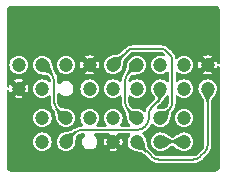
<source format=gbr>
%TF.GenerationSoftware,KiCad,Pcbnew,8.0.6*%
%TF.CreationDate,2024-11-06T21:45:52-05:00*%
%TF.ProjectId,Asus To Asrock,41737573-2054-46f2-9041-73726f636b2e,rev?*%
%TF.SameCoordinates,Original*%
%TF.FileFunction,Copper,L1,Top*%
%TF.FilePolarity,Positive*%
%FSLAX46Y46*%
G04 Gerber Fmt 4.6, Leading zero omitted, Abs format (unit mm)*
G04 Created by KiCad (PCBNEW 8.0.6) date 2024-11-06 21:45:52*
%MOMM*%
%LPD*%
G01*
G04 APERTURE LIST*
%TA.AperFunction,ComponentPad*%
%ADD10C,1.200000*%
%TD*%
%TA.AperFunction,ViaPad*%
%ADD11C,0.500000*%
%TD*%
%TA.AperFunction,Conductor*%
%ADD12C,0.200000*%
%TD*%
G04 APERTURE END LIST*
D10*
%TO.P,P1,1,F_LAD0*%
%TO.N,Net-(P1-F_LAD0)*%
X167520000Y-97840000D03*
%TO.P,P1,2,F_LAD1*%
%TO.N,Net-(P1-F_LAD1)*%
X165519999Y-97840000D03*
%TO.P,P1,3,F_LAD2*%
%TO.N,Net-(P1-F_LAD2)*%
X163520000Y-97840000D03*
%TO.P,P1,4,F_LAD3*%
%TO.N,Net-(P1-F_LAD3)*%
X161520000Y-97840000D03*
%TO.P,P1,5,F_FRAME#*%
%TO.N,Net-(P1-F_FRAME#)*%
X159520000Y-97840000D03*
%TO.P,P1,6,F_SERIRQ*%
%TO.N,Net-(P1-F_SERIRQ)*%
X157520000Y-97840000D03*
%TO.P,P1,7,F_CLKRUN*%
%TO.N,unconnected-(P1-F_CLKRUN-Pad7)*%
X155520001Y-97840000D03*
%TO.P,P1,8,+3V*%
%TO.N,+3V0*%
X167520000Y-99840001D03*
%TO.P,P1,9,+3V*%
X165520000Y-99840000D03*
%TO.P,P1,10,C_PCICLK_TPM*%
%TO.N,Net-(P1-C_PCICLK_TPM)*%
X163519999Y-99840000D03*
%TO.P,P1,11,GND*%
%TO.N,GND*%
X161520000Y-99840000D03*
%TO.P,P1,13,S_PCIRST#_TBD*%
%TO.N,Net-(P1-S_PCIRST#_TBD)*%
X157520000Y-99840000D03*
%TO.P,P1,14,+3VSB*%
%TO.N,unconnected-(P1-+3VSB-Pad14)*%
X155520000Y-99840000D03*
%TD*%
%TO.P,P2,1,PCICLK*%
%TO.N,Net-(P1-C_PCICLK_TPM)*%
X169520000Y-95340001D03*
%TO.P,P2,2,GND*%
%TO.N,GND*%
X169520000Y-93340000D03*
%TO.P,P2,3,FRAME*%
%TO.N,Net-(P1-F_FRAME#)*%
X167519999Y-95340001D03*
%TO.P,P2,4,SMB_CLK_MAIN*%
%TO.N,unconnected-(P2-SMB_CLK_MAIN-Pad4)*%
X167520000Y-93340001D03*
%TO.P,P2,5,PCIRST#*%
%TO.N,Net-(P1-S_PCIRST#_TBD)*%
X165520000Y-95340001D03*
%TO.P,P2,6,SMB_DATA_MAIN*%
%TO.N,unconnected-(P2-SMB_DATA_MAIN-Pad6)*%
X165519999Y-93340001D03*
%TO.P,P2,7,LAD3*%
%TO.N,Net-(P1-F_LAD3)*%
X163520000Y-95340001D03*
%TO.P,P2,8,LAD2*%
%TO.N,Net-(P1-F_LAD2)*%
X163520000Y-93340001D03*
%TO.P,P2,9,+3V*%
%TO.N,+3V0*%
X161520000Y-95340001D03*
%TO.P,P2,10,LAD1*%
%TO.N,Net-(P1-F_LAD1)*%
X161520000Y-93340001D03*
%TO.P,P2,11,LAD0*%
%TO.N,Net-(P1-F_LAD0)*%
X159520000Y-95340001D03*
%TO.P,P2,12,GND*%
%TO.N,GND*%
X159520000Y-93340001D03*
%TO.P,P2,14,S_PWRDWN#*%
%TO.N,unconnected-(P2-S_PWRDWN#-Pad14)*%
X157520000Y-93340001D03*
%TO.P,P2,15,+3VSB*%
%TO.N,unconnected-(P2-+3VSB-Pad15)*%
X155520000Y-95340001D03*
%TO.P,P2,16,SERIRQ#*%
%TO.N,Net-(P1-F_SERIRQ)*%
X155520001Y-93340001D03*
%TO.P,P2,17,GND*%
%TO.N,GND*%
X153520001Y-95340001D03*
%TO.P,P2,18,GND*%
%TO.N,unconnected-(P2-GND-Pad18)*%
X153520000Y-93340001D03*
%TD*%
D11*
%TO.N,GND*%
X169750000Y-89080000D03*
X153310000Y-101550000D03*
X156530000Y-98850000D03*
X153310000Y-89080000D03*
X161560000Y-96590000D03*
X168520000Y-96590000D03*
X165860000Y-96590000D03*
X164030000Y-96590000D03*
X169750000Y-101550000D03*
X159520000Y-96590000D03*
%TD*%
D12*
%TO.N,Net-(P1-F_LAD2)*%
X163520000Y-93340001D02*
X162783604Y-94076397D01*
X162520000Y-94712793D02*
X162520000Y-96467208D01*
X162783604Y-97103604D02*
X163520000Y-97840000D01*
X162783604Y-94076397D02*
G75*
G03*
X162519995Y-94712793I636396J-636403D01*
G01*
X162783604Y-97103604D02*
G75*
G02*
X162519994Y-96467208I636396J636404D01*
G01*
%TO.N,+3V0*%
X167519999Y-99840000D02*
X167520000Y-99840001D01*
X165520000Y-99840000D02*
X167519999Y-99840000D01*
%TO.N,Net-(P1-F_SERIRQ)*%
X155520001Y-93340001D02*
X156300330Y-94120330D01*
X156520000Y-94650660D02*
X156520000Y-96529340D01*
X156739670Y-97059670D02*
X157520000Y-97840000D01*
X156300330Y-94120330D02*
G75*
G02*
X156520028Y-94650660I-530330J-530370D01*
G01*
X156739670Y-97059670D02*
G75*
G02*
X156519972Y-96529340I530330J530370D01*
G01*
%TO.N,Net-(P1-F_LAD1)*%
X163282793Y-91950000D02*
X165444416Y-91950000D01*
X161520000Y-93340001D02*
X162646397Y-92213604D01*
X166080812Y-92213604D02*
X166256396Y-92389188D01*
X166256396Y-97103603D02*
X165519999Y-97840000D01*
X166520000Y-93025584D02*
X166520000Y-96467207D01*
X166520000Y-96467207D02*
G75*
G02*
X166256393Y-97103600I-900000J7D01*
G01*
X166080812Y-92213604D02*
G75*
G03*
X165444416Y-91949989I-636412J-636396D01*
G01*
X166256396Y-92389188D02*
G75*
G02*
X166520011Y-93025584I-636396J-636412D01*
G01*
X162646397Y-92213604D02*
G75*
G02*
X163282793Y-91949995I636403J-636396D01*
G01*
%TO.N,Net-(P1-C_PCICLK_TPM)*%
X169256396Y-100733604D02*
X168903604Y-101086396D01*
X168267208Y-101350000D02*
X165402791Y-101350000D01*
X169520000Y-95340001D02*
X169520000Y-100097208D01*
X164766395Y-101086396D02*
X163519999Y-99840000D01*
X168267208Y-101350000D02*
G75*
G03*
X168903600Y-101086392I-8J900000D01*
G01*
X165402791Y-101350000D02*
G75*
G02*
X164766399Y-101086392I9J900000D01*
G01*
X169520000Y-100097208D02*
G75*
G02*
X169256392Y-100733600I-900000J8D01*
G01*
%TO.N,Net-(P1-S_PCIRST#_TBD)*%
X165520000Y-95340001D02*
X165520000Y-95815737D01*
X164266396Y-98503604D02*
X164193604Y-98576396D01*
X165256396Y-96452133D02*
X164793604Y-96914925D01*
X158256396Y-99103604D02*
X157520000Y-99840000D01*
X164530000Y-97551321D02*
X164530000Y-97867208D01*
X163557208Y-98840000D02*
X158892792Y-98840000D01*
X163557208Y-98840000D02*
G75*
G03*
X164193600Y-98576392I-8J900000D01*
G01*
X164530000Y-97551321D02*
G75*
G02*
X164793593Y-96914914I900000J21D01*
G01*
X158256396Y-99103604D02*
G75*
G02*
X158892792Y-98839994I636404J-636396D01*
G01*
X165256396Y-96452133D02*
G75*
G03*
X165520026Y-95815737I-636396J636433D01*
G01*
X164530000Y-97867208D02*
G75*
G02*
X164266392Y-98503600I-900000J8D01*
G01*
%TD*%
%TA.AperFunction,Conductor*%
%TO.N,GND*%
G36*
X166153939Y-95917392D02*
G01*
X166211574Y-95956889D01*
X166238706Y-96021275D01*
X166239500Y-96035284D01*
X166239500Y-96461111D01*
X166238903Y-96473267D01*
X166228792Y-96575912D01*
X166224050Y-96599751D01*
X166217628Y-96620923D01*
X166199219Y-96681609D01*
X166195889Y-96692585D01*
X166186586Y-96715044D01*
X166140851Y-96800606D01*
X166127344Y-96820820D01*
X166087770Y-96869038D01*
X166082569Y-96874979D01*
X166003313Y-96959894D01*
X166000344Y-96962966D01*
X165984928Y-96978382D01*
X165939733Y-97007195D01*
X165900600Y-97021467D01*
X165859983Y-97028959D01*
X165738297Y-97030793D01*
X165736924Y-97030819D01*
X165534929Y-97035566D01*
X165520360Y-97036754D01*
X165513556Y-97037309D01*
X165513549Y-97037310D01*
X165510896Y-97037681D01*
X165510875Y-97037685D01*
X165489786Y-97041900D01*
X165489774Y-97041902D01*
X165489768Y-97041904D01*
X165489760Y-97041906D01*
X165489739Y-97041911D01*
X165390115Y-97067918D01*
X165372680Y-97071159D01*
X165343199Y-97074481D01*
X165274377Y-97062427D01*
X165222997Y-97015079D01*
X165205372Y-96947468D01*
X165227098Y-96881062D01*
X165241625Y-96863588D01*
X165423761Y-96681452D01*
X165438296Y-96669007D01*
X165453246Y-96658088D01*
X165612972Y-96484407D01*
X165619044Y-96477467D01*
X165619781Y-96476581D01*
X165625401Y-96469477D01*
X165731417Y-96328567D01*
X165734235Y-96324721D01*
X165734595Y-96324216D01*
X165737476Y-96320055D01*
X165818706Y-96199264D01*
X165822508Y-96193924D01*
X165824516Y-96191256D01*
X165914945Y-96071062D01*
X165922758Y-96061679D01*
X165927373Y-96056662D01*
X166024230Y-95951344D01*
X166084100Y-95915326D01*
X166153939Y-95917392D01*
G37*
%TD.AperFunction*%
%TA.AperFunction,Conductor*%
G36*
X170178059Y-88311561D02*
G01*
X170252035Y-88321300D01*
X170283302Y-88329678D01*
X170344665Y-88355095D01*
X170372700Y-88371281D01*
X170425395Y-88411716D01*
X170448283Y-88434604D01*
X170488718Y-88487299D01*
X170504904Y-88515334D01*
X170530321Y-88576697D01*
X170538699Y-88607962D01*
X170548439Y-88681938D01*
X170549500Y-88698125D01*
X170549500Y-93132088D01*
X170529815Y-93199127D01*
X170477011Y-93244882D01*
X170407853Y-93254826D01*
X170344297Y-93225801D01*
X170306523Y-93167023D01*
X170305027Y-93161288D01*
X170245333Y-92990692D01*
X170236661Y-92976892D01*
X170236660Y-92976892D01*
X169920000Y-93293552D01*
X169920000Y-93287339D01*
X169892741Y-93185606D01*
X169840080Y-93094394D01*
X169765606Y-93019920D01*
X169674394Y-92967259D01*
X169572661Y-92940000D01*
X169566447Y-92940000D01*
X169883107Y-92623338D01*
X169869304Y-92614665D01*
X169699138Y-92555121D01*
X169520003Y-92534938D01*
X169519997Y-92534938D01*
X169340861Y-92555121D01*
X169340858Y-92555122D01*
X169170701Y-92614662D01*
X169170691Y-92614667D01*
X169156891Y-92623337D01*
X169156891Y-92623338D01*
X169473554Y-92940000D01*
X169467339Y-92940000D01*
X169365606Y-92967259D01*
X169274394Y-93019920D01*
X169199920Y-93094394D01*
X169147259Y-93185606D01*
X169120000Y-93287339D01*
X169120000Y-93293553D01*
X168803338Y-92976891D01*
X168803337Y-92976891D01*
X168794667Y-92990691D01*
X168794662Y-92990701D01*
X168735122Y-93160858D01*
X168735121Y-93160861D01*
X168714938Y-93339997D01*
X168714938Y-93340002D01*
X168735121Y-93519138D01*
X168794665Y-93689304D01*
X168803338Y-93703107D01*
X169120000Y-93386445D01*
X169120000Y-93392661D01*
X169147259Y-93494394D01*
X169199920Y-93585606D01*
X169274394Y-93660080D01*
X169365606Y-93712741D01*
X169467339Y-93740000D01*
X169473553Y-93740000D01*
X169156892Y-94056660D01*
X169156892Y-94056661D01*
X169170692Y-94065333D01*
X169170691Y-94065333D01*
X169340861Y-94124878D01*
X169519997Y-94145062D01*
X169520003Y-94145062D01*
X169699138Y-94124878D01*
X169699141Y-94124877D01*
X169869305Y-94065334D01*
X169869306Y-94065334D01*
X169883106Y-94056661D01*
X169883106Y-94056660D01*
X169566448Y-93740000D01*
X169572661Y-93740000D01*
X169674394Y-93712741D01*
X169765606Y-93660080D01*
X169840080Y-93585606D01*
X169892741Y-93494394D01*
X169920000Y-93392661D01*
X169920000Y-93386447D01*
X170236660Y-93703106D01*
X170236661Y-93703106D01*
X170245334Y-93689306D01*
X170245334Y-93689305D01*
X170307177Y-93512570D01*
X170308654Y-93513086D01*
X170338716Y-93459342D01*
X170400376Y-93426483D01*
X170470014Y-93432176D01*
X170525518Y-93474615D01*
X170549268Y-93540324D01*
X170549500Y-93547911D01*
X170549500Y-95298077D01*
X170537303Y-95339613D01*
X170547640Y-95360530D01*
X170549500Y-95381924D01*
X170549500Y-101981874D01*
X170548439Y-101998061D01*
X170538699Y-102072037D01*
X170530321Y-102103302D01*
X170504904Y-102164665D01*
X170488718Y-102192700D01*
X170448283Y-102245395D01*
X170425395Y-102268283D01*
X170372700Y-102308718D01*
X170344665Y-102324904D01*
X170283302Y-102350321D01*
X170252037Y-102358699D01*
X170195499Y-102366142D01*
X170178057Y-102368439D01*
X170161874Y-102369500D01*
X152878126Y-102369500D01*
X152861941Y-102368439D01*
X152853032Y-102367266D01*
X152787963Y-102358699D01*
X152756697Y-102350321D01*
X152695334Y-102324904D01*
X152667299Y-102308718D01*
X152614604Y-102268283D01*
X152591716Y-102245395D01*
X152551281Y-102192700D01*
X152535095Y-102164665D01*
X152509678Y-102103302D01*
X152501300Y-102072035D01*
X152491561Y-101998059D01*
X152490500Y-101981874D01*
X152490500Y-99839997D01*
X154734561Y-99839997D01*
X154734561Y-99840002D01*
X154754252Y-100014771D01*
X154812344Y-100180790D01*
X154883712Y-100294371D01*
X154905919Y-100329713D01*
X155030287Y-100454081D01*
X155099928Y-100497839D01*
X155154119Y-100531890D01*
X155179211Y-100547656D01*
X155345223Y-100605746D01*
X155345226Y-100605746D01*
X155345228Y-100605747D01*
X155519997Y-100625439D01*
X155520000Y-100625439D01*
X155520003Y-100625439D01*
X155694771Y-100605747D01*
X155694772Y-100605746D01*
X155694777Y-100605746D01*
X155860789Y-100547656D01*
X156009713Y-100454081D01*
X156134081Y-100329713D01*
X156227656Y-100180789D01*
X156285746Y-100014777D01*
X156288842Y-99987306D01*
X156305439Y-99840002D01*
X156305439Y-99839997D01*
X156734561Y-99839997D01*
X156734561Y-99840002D01*
X156754252Y-100014771D01*
X156812344Y-100180790D01*
X156883712Y-100294371D01*
X156905919Y-100329713D01*
X157030287Y-100454081D01*
X157099928Y-100497839D01*
X157154119Y-100531890D01*
X157179211Y-100547656D01*
X157345223Y-100605746D01*
X157345226Y-100605746D01*
X157345228Y-100605747D01*
X157519997Y-100625439D01*
X157520000Y-100625439D01*
X157520003Y-100625439D01*
X157694771Y-100605747D01*
X157694772Y-100605746D01*
X157694777Y-100605746D01*
X157860789Y-100547656D01*
X158009713Y-100454081D01*
X158134081Y-100329713D01*
X158227656Y-100180789D01*
X158245886Y-100128688D01*
X158251370Y-100115503D01*
X158257198Y-100103493D01*
X158257197Y-100103493D01*
X158257200Y-100103489D01*
X158263264Y-100080258D01*
X158266190Y-100070661D01*
X158285746Y-100014777D01*
X158288842Y-99987293D01*
X158292079Y-99969873D01*
X158318091Y-99870235D01*
X158322307Y-99849153D01*
X158322683Y-99846473D01*
X158324431Y-99825059D01*
X158329175Y-99623242D01*
X158329188Y-99622630D01*
X158329190Y-99622531D01*
X158329193Y-99622400D01*
X158329204Y-99621750D01*
X158329207Y-99621578D01*
X158331038Y-99500009D01*
X158338528Y-99459400D01*
X158352799Y-99420267D01*
X158381610Y-99375075D01*
X158397124Y-99359561D01*
X158400108Y-99356677D01*
X158485069Y-99277379D01*
X158490968Y-99272214D01*
X158539186Y-99232643D01*
X158559386Y-99219147D01*
X158644957Y-99173407D01*
X158667394Y-99164112D01*
X158760255Y-99135943D01*
X158784084Y-99131203D01*
X158886682Y-99121096D01*
X158898838Y-99120500D01*
X159020192Y-99120500D01*
X159087231Y-99140185D01*
X159132986Y-99192989D01*
X159142930Y-99262147D01*
X159113905Y-99325703D01*
X159107873Y-99332181D01*
X159014726Y-99425327D01*
X159014723Y-99425331D01*
X158943538Y-99531866D01*
X158943533Y-99531875D01*
X158894499Y-99650255D01*
X158894497Y-99650261D01*
X158869500Y-99775928D01*
X158869500Y-99775931D01*
X158869500Y-99904069D01*
X158869500Y-99904071D01*
X158869499Y-99904071D01*
X158894497Y-100029738D01*
X158894499Y-100029744D01*
X158943533Y-100148124D01*
X158943538Y-100148133D01*
X159014723Y-100254668D01*
X159014726Y-100254672D01*
X159105327Y-100345273D01*
X159105331Y-100345276D01*
X159211866Y-100416461D01*
X159211875Y-100416466D01*
X159233246Y-100425318D01*
X159330256Y-100465501D01*
X159330260Y-100465501D01*
X159330261Y-100465502D01*
X159455928Y-100490500D01*
X159455931Y-100490500D01*
X159584071Y-100490500D01*
X159668615Y-100473682D01*
X159709744Y-100465501D01*
X159828127Y-100416465D01*
X159934669Y-100345276D01*
X160025276Y-100254669D01*
X160096465Y-100148127D01*
X160145501Y-100029744D01*
X160170500Y-99904069D01*
X160170500Y-99775931D01*
X160170500Y-99775928D01*
X160145502Y-99650261D01*
X160145501Y-99650260D01*
X160145501Y-99650256D01*
X160096465Y-99531873D01*
X160096464Y-99531872D01*
X160096461Y-99531866D01*
X160025276Y-99425331D01*
X160025273Y-99425327D01*
X159932127Y-99332181D01*
X159898642Y-99270858D01*
X159903626Y-99201166D01*
X159945498Y-99145233D01*
X160010962Y-99120816D01*
X160019808Y-99120500D01*
X161102692Y-99120500D01*
X161169731Y-99140185D01*
X161190373Y-99156819D01*
X161473554Y-99440000D01*
X161467339Y-99440000D01*
X161365606Y-99467259D01*
X161274394Y-99519920D01*
X161199920Y-99594394D01*
X161147259Y-99685606D01*
X161120000Y-99787339D01*
X161120000Y-99793553D01*
X160803338Y-99476891D01*
X160803337Y-99476891D01*
X160794667Y-99490691D01*
X160794662Y-99490701D01*
X160735122Y-99660858D01*
X160735121Y-99660861D01*
X160714938Y-99839997D01*
X160714938Y-99840002D01*
X160735121Y-100019138D01*
X160794665Y-100189304D01*
X160803338Y-100203107D01*
X161120000Y-99886445D01*
X161120000Y-99892661D01*
X161147259Y-99994394D01*
X161199920Y-100085606D01*
X161274394Y-100160080D01*
X161365606Y-100212741D01*
X161467339Y-100240000D01*
X161473553Y-100240000D01*
X161156892Y-100556660D01*
X161156892Y-100556661D01*
X161170692Y-100565333D01*
X161170691Y-100565333D01*
X161340861Y-100624878D01*
X161519997Y-100645062D01*
X161520003Y-100645062D01*
X161699138Y-100624878D01*
X161699141Y-100624877D01*
X161869305Y-100565334D01*
X161869306Y-100565334D01*
X161883106Y-100556661D01*
X161883106Y-100556660D01*
X161566448Y-100240000D01*
X161572661Y-100240000D01*
X161674394Y-100212741D01*
X161765606Y-100160080D01*
X161840080Y-100085606D01*
X161892741Y-99994394D01*
X161920000Y-99892661D01*
X161920000Y-99886447D01*
X162236660Y-100203106D01*
X162236661Y-100203106D01*
X162245334Y-100189306D01*
X162245334Y-100189305D01*
X162304877Y-100019141D01*
X162304878Y-100019138D01*
X162325062Y-99840002D01*
X162325062Y-99839997D01*
X162304878Y-99660861D01*
X162245333Y-99490692D01*
X162236661Y-99476892D01*
X162236660Y-99476892D01*
X161920000Y-99793552D01*
X161920000Y-99787339D01*
X161892741Y-99685606D01*
X161840080Y-99594394D01*
X161765606Y-99519920D01*
X161674394Y-99467259D01*
X161572661Y-99440000D01*
X161566447Y-99440000D01*
X161849627Y-99156819D01*
X161910950Y-99123334D01*
X161937308Y-99120500D01*
X162836343Y-99120500D01*
X162903382Y-99140185D01*
X162949137Y-99192989D01*
X162959081Y-99262147D01*
X162930056Y-99325703D01*
X162924024Y-99332181D01*
X162905918Y-99350286D01*
X162812343Y-99499209D01*
X162754251Y-99665228D01*
X162734560Y-99839997D01*
X162734560Y-99840002D01*
X162754251Y-100014771D01*
X162812343Y-100180790D01*
X162883711Y-100294371D01*
X162905918Y-100329713D01*
X163030286Y-100454081D01*
X163085634Y-100488858D01*
X163179209Y-100547656D01*
X163186946Y-100550363D01*
X163219019Y-100561586D01*
X163237244Y-100569662D01*
X163247572Y-100575272D01*
X163339748Y-100603911D01*
X163343920Y-100605290D01*
X163346761Y-100606285D01*
X163351395Y-100607531D01*
X163492893Y-100651497D01*
X163507654Y-100655425D01*
X163509533Y-100655843D01*
X163524559Y-100658542D01*
X163723135Y-100685830D01*
X163809968Y-100697888D01*
X163859131Y-100704716D01*
X163888190Y-100712433D01*
X163982922Y-100750391D01*
X164014714Y-100769030D01*
X164156688Y-100883701D01*
X164173075Y-100896936D01*
X164174307Y-100897624D01*
X164176107Y-100898985D01*
X164177439Y-100899886D01*
X164177391Y-100899956D01*
X164201502Y-100918190D01*
X164600337Y-101317025D01*
X164600401Y-101317081D01*
X164633749Y-101350429D01*
X164784075Y-101459649D01*
X164949636Y-101544008D01*
X165126355Y-101601429D01*
X165309881Y-101630499D01*
X165351421Y-101630499D01*
X165351429Y-101630500D01*
X165365863Y-101630500D01*
X165402788Y-101630500D01*
X165452248Y-101630500D01*
X168215842Y-101630500D01*
X168215862Y-101630505D01*
X168267210Y-101630504D01*
X168267210Y-101630505D01*
X168360118Y-101630504D01*
X168543645Y-101601434D01*
X168720365Y-101544013D01*
X168885926Y-101459654D01*
X169036253Y-101350433D01*
X169101948Y-101284738D01*
X169101949Y-101284738D01*
X169136922Y-101249765D01*
X169136922Y-101249764D01*
X169154358Y-101232328D01*
X169154359Y-101232325D01*
X169480851Y-100905836D01*
X169480853Y-100905831D01*
X169486940Y-100899745D01*
X169486986Y-100899693D01*
X169498629Y-100888050D01*
X169520430Y-100866250D01*
X169629649Y-100715924D01*
X169714009Y-100550363D01*
X169771430Y-100373644D01*
X169800499Y-100190118D01*
X169800500Y-100097210D01*
X169800500Y-100047751D01*
X169800500Y-96584314D01*
X169804927Y-96555253D01*
X169804337Y-96555131D01*
X169805572Y-96549163D01*
X169812941Y-96479889D01*
X169827106Y-96346734D01*
X169836403Y-96311088D01*
X169876552Y-96217251D01*
X169891641Y-96191251D01*
X169966830Y-96091812D01*
X169974379Y-96081829D01*
X169974485Y-96081689D01*
X169982540Y-96071068D01*
X170095571Y-95922022D01*
X170104285Y-95909492D01*
X170105318Y-95907868D01*
X170112980Y-95894650D01*
X170211892Y-95706564D01*
X170216640Y-95698321D01*
X170227654Y-95680794D01*
X170227655Y-95680791D01*
X170227656Y-95680790D01*
X170229420Y-95675746D01*
X170235449Y-95661454D01*
X170235526Y-95661299D01*
X170236281Y-95659782D01*
X170236728Y-95658830D01*
X170237618Y-95654851D01*
X170241581Y-95640992D01*
X170260962Y-95585607D01*
X170285746Y-95514778D01*
X170285746Y-95514776D01*
X170285747Y-95514774D01*
X170302280Y-95368040D01*
X170312857Y-95342868D01*
X170306523Y-95333012D01*
X170302280Y-95311961D01*
X170285747Y-95165229D01*
X170285746Y-95165227D01*
X170285746Y-95165224D01*
X170227656Y-94999212D01*
X170213631Y-94976892D01*
X170134080Y-94850287D01*
X170009713Y-94725920D01*
X169860790Y-94632345D01*
X169694771Y-94574253D01*
X169520003Y-94554562D01*
X169519997Y-94554562D01*
X169345228Y-94574253D01*
X169179209Y-94632345D01*
X169030286Y-94725920D01*
X168905919Y-94850287D01*
X168812344Y-94999210D01*
X168754252Y-95165229D01*
X168734561Y-95339998D01*
X168734561Y-95340003D01*
X168754252Y-95514775D01*
X168779038Y-95585607D01*
X168805529Y-95661317D01*
X168807378Y-95667043D01*
X168807449Y-95667284D01*
X168807507Y-95667426D01*
X168809671Y-95673154D01*
X168812339Y-95680779D01*
X168812346Y-95680794D01*
X168823354Y-95698315D01*
X168828105Y-95706564D01*
X168927017Y-95894651D01*
X168934452Y-95907475D01*
X168934680Y-95907868D01*
X168935713Y-95909492D01*
X168936667Y-95910864D01*
X168944433Y-95922031D01*
X169065795Y-96082063D01*
X169065903Y-96082205D01*
X169148356Y-96191256D01*
X169163448Y-96217262D01*
X169167458Y-96226634D01*
X169203590Y-96311080D01*
X169212891Y-96346739D01*
X169227057Y-96479889D01*
X169234428Y-96549164D01*
X169234811Y-96550518D01*
X169235121Y-96552754D01*
X169235427Y-96554333D01*
X169235343Y-96554349D01*
X169239500Y-96584293D01*
X169239500Y-100091110D01*
X169238903Y-100103266D01*
X169228792Y-100205909D01*
X169224049Y-100229749D01*
X169195885Y-100322592D01*
X169186583Y-100345050D01*
X169140851Y-100430607D01*
X169127345Y-100450819D01*
X169061873Y-100530595D01*
X169053702Y-100539610D01*
X169037864Y-100555448D01*
X169023079Y-100570233D01*
X168744572Y-100848740D01*
X168744550Y-100848760D01*
X168709572Y-100883740D01*
X168700555Y-100891913D01*
X168620823Y-100957348D01*
X168600613Y-100970852D01*
X168515048Y-101016589D01*
X168492592Y-101025891D01*
X168441748Y-101041314D01*
X168399752Y-101054054D01*
X168375914Y-101058796D01*
X168287507Y-101067505D01*
X168273316Y-101068903D01*
X168261162Y-101069500D01*
X165408889Y-101069500D01*
X165396734Y-101068903D01*
X165380988Y-101067352D01*
X165294085Y-101058791D01*
X165270246Y-101054048D01*
X165177410Y-101025886D01*
X165154953Y-101016584D01*
X165069392Y-100970851D01*
X165049179Y-100957345D01*
X164969402Y-100891872D01*
X164960387Y-100883701D01*
X164598205Y-100521519D01*
X164580787Y-100497839D01*
X164580283Y-100498171D01*
X164576940Y-100493083D01*
X164576936Y-100493078D01*
X164576935Y-100493076D01*
X164449025Y-100334710D01*
X164430390Y-100302925D01*
X164392432Y-100208192D01*
X164384715Y-100179128D01*
X164373338Y-100097210D01*
X164366014Y-100044469D01*
X164338541Y-99844560D01*
X164337721Y-99839997D01*
X164734561Y-99839997D01*
X164734561Y-99840002D01*
X164754252Y-100014771D01*
X164812344Y-100180790D01*
X164883712Y-100294371D01*
X164905919Y-100329713D01*
X165030287Y-100454081D01*
X165099928Y-100497839D01*
X165154119Y-100531890D01*
X165179211Y-100547656D01*
X165345223Y-100605746D01*
X165345226Y-100605746D01*
X165345228Y-100605747D01*
X165519997Y-100625439D01*
X165520000Y-100625439D01*
X165520003Y-100625439D01*
X165694773Y-100605747D01*
X165694775Y-100605746D01*
X165694777Y-100605746D01*
X165841310Y-100554471D01*
X165847065Y-100552613D01*
X165847281Y-100552550D01*
X165847293Y-100552543D01*
X165847369Y-100552513D01*
X165853107Y-100550343D01*
X165860789Y-100547656D01*
X165878321Y-100536639D01*
X165886569Y-100531888D01*
X166074649Y-100432980D01*
X166087867Y-100425318D01*
X166089491Y-100424285D01*
X166102021Y-100415571D01*
X166261979Y-100294265D01*
X166371246Y-100211645D01*
X166397250Y-100196552D01*
X166471224Y-100164902D01*
X166540598Y-100156629D01*
X166568773Y-100164902D01*
X166642736Y-100196548D01*
X166668742Y-100211640D01*
X166777414Y-100293807D01*
X166777416Y-100293808D01*
X166937975Y-100415571D01*
X166950506Y-100424286D01*
X166952130Y-100425319D01*
X166965349Y-100432982D01*
X167153454Y-100531903D01*
X167161671Y-100536636D01*
X167179211Y-100547657D01*
X167179213Y-100547658D01*
X167184239Y-100549416D01*
X167198537Y-100555446D01*
X167200218Y-100556282D01*
X167201170Y-100556729D01*
X167205137Y-100557617D01*
X167219003Y-100561580D01*
X167243728Y-100570232D01*
X167345225Y-100605748D01*
X167519997Y-100625440D01*
X167520000Y-100625440D01*
X167520003Y-100625440D01*
X167694771Y-100605748D01*
X167694772Y-100605747D01*
X167694777Y-100605747D01*
X167860789Y-100547657D01*
X168009713Y-100454082D01*
X168134081Y-100329714D01*
X168227656Y-100180790D01*
X168285746Y-100014778D01*
X168288842Y-99987306D01*
X168305439Y-99840003D01*
X168305439Y-99839998D01*
X168285747Y-99665229D01*
X168285746Y-99665227D01*
X168285746Y-99665224D01*
X168227656Y-99499212D01*
X168213631Y-99476892D01*
X168181231Y-99425327D01*
X168134081Y-99350288D01*
X168009713Y-99225920D01*
X167923634Y-99171833D01*
X167860790Y-99132345D01*
X167694771Y-99074253D01*
X167520003Y-99054562D01*
X167519997Y-99054562D01*
X167345227Y-99074253D01*
X167345223Y-99074254D01*
X167198706Y-99125522D01*
X167192970Y-99127374D01*
X167192713Y-99127450D01*
X167192504Y-99127535D01*
X167186819Y-99129682D01*
X167179217Y-99132342D01*
X167179207Y-99132347D01*
X167161697Y-99143348D01*
X167153449Y-99148098D01*
X166965351Y-99247015D01*
X166952099Y-99254698D01*
X166950485Y-99255725D01*
X166937981Y-99264422D01*
X166777335Y-99386250D01*
X166777194Y-99386358D01*
X166668744Y-99468357D01*
X166642741Y-99483447D01*
X166568775Y-99515094D01*
X166499398Y-99523367D01*
X166471223Y-99515094D01*
X166397258Y-99483447D01*
X166371255Y-99468356D01*
X166262204Y-99385903D01*
X166262062Y-99385795D01*
X166102024Y-99264428D01*
X166089484Y-99255708D01*
X166087849Y-99254668D01*
X166074663Y-99247026D01*
X166032595Y-99224903D01*
X165971910Y-99192989D01*
X165886558Y-99148103D01*
X165878305Y-99143350D01*
X165860786Y-99132342D01*
X165860782Y-99132341D01*
X165855720Y-99130569D01*
X165841521Y-99124585D01*
X165839679Y-99123670D01*
X165838739Y-99123229D01*
X165838735Y-99123227D01*
X165838734Y-99123227D01*
X165838732Y-99123226D01*
X165838725Y-99123224D01*
X165834705Y-99122325D01*
X165820831Y-99118360D01*
X165694776Y-99074253D01*
X165520003Y-99054561D01*
X165519997Y-99054561D01*
X165345228Y-99074252D01*
X165179209Y-99132344D01*
X165030286Y-99225919D01*
X164905919Y-99350286D01*
X164812344Y-99499209D01*
X164754252Y-99665228D01*
X164734561Y-99839997D01*
X164337721Y-99839997D01*
X164335842Y-99829534D01*
X164335424Y-99827655D01*
X164331496Y-99812894D01*
X164287530Y-99671396D01*
X164286284Y-99666762D01*
X164285289Y-99663921D01*
X164283904Y-99659729D01*
X164255271Y-99567573D01*
X164252606Y-99559633D01*
X164252249Y-99558644D01*
X164251398Y-99557302D01*
X164239074Y-99531846D01*
X164233212Y-99515094D01*
X164227655Y-99499211D01*
X164134080Y-99350287D01*
X164009712Y-99225919D01*
X164004788Y-99220995D01*
X164006664Y-99219118D01*
X163973498Y-99171833D01*
X163970671Y-99102021D01*
X164006036Y-99041763D01*
X164034662Y-99021632D01*
X164175926Y-98949654D01*
X164326253Y-98840433D01*
X164391948Y-98774738D01*
X164391949Y-98774738D01*
X164426922Y-98739765D01*
X164426922Y-98739764D01*
X164490851Y-98675836D01*
X164490852Y-98675833D01*
X164496930Y-98669756D01*
X164496975Y-98669703D01*
X164530430Y-98636250D01*
X164639649Y-98485924D01*
X164704773Y-98358112D01*
X164752745Y-98307321D01*
X164820566Y-98290526D01*
X164886701Y-98313064D01*
X164902936Y-98326731D01*
X164905918Y-98329713D01*
X165030286Y-98454081D01*
X165179210Y-98547656D01*
X165345222Y-98605746D01*
X165345225Y-98605746D01*
X165345227Y-98605747D01*
X165519996Y-98625439D01*
X165519999Y-98625439D01*
X165520002Y-98625439D01*
X165694770Y-98605747D01*
X165694771Y-98605746D01*
X165694776Y-98605746D01*
X165860788Y-98547656D01*
X166009712Y-98454081D01*
X166134080Y-98329713D01*
X166227655Y-98180789D01*
X166239662Y-98146472D01*
X166249246Y-98125550D01*
X166254050Y-98117208D01*
X166331840Y-97887184D01*
X166335387Y-97875428D01*
X166335788Y-97873920D01*
X166338587Y-97861762D01*
X166342832Y-97839997D01*
X166734561Y-97839997D01*
X166734561Y-97840002D01*
X166754252Y-98014771D01*
X166812344Y-98180790D01*
X166812345Y-98180791D01*
X166905919Y-98329713D01*
X167030287Y-98454081D01*
X167179211Y-98547656D01*
X167345223Y-98605746D01*
X167345226Y-98605746D01*
X167345228Y-98605747D01*
X167519997Y-98625439D01*
X167520000Y-98625439D01*
X167520003Y-98625439D01*
X167694771Y-98605747D01*
X167694772Y-98605746D01*
X167694777Y-98605746D01*
X167860789Y-98547656D01*
X168009713Y-98454081D01*
X168134081Y-98329713D01*
X168227656Y-98180789D01*
X168285746Y-98014777D01*
X168301460Y-97875319D01*
X168305439Y-97840002D01*
X168305439Y-97839997D01*
X168285747Y-97665228D01*
X168285746Y-97665226D01*
X168285746Y-97665223D01*
X168227656Y-97499211D01*
X168134081Y-97350287D01*
X168009713Y-97225919D01*
X167979817Y-97207134D01*
X167860790Y-97132344D01*
X167728082Y-97085908D01*
X167694777Y-97074254D01*
X167694776Y-97074253D01*
X167694771Y-97074252D01*
X167520003Y-97054561D01*
X167519997Y-97054561D01*
X167345228Y-97074252D01*
X167179209Y-97132344D01*
X167030286Y-97225919D01*
X166905919Y-97350286D01*
X166812344Y-97499209D01*
X166754252Y-97665228D01*
X166734561Y-97839997D01*
X166342832Y-97839997D01*
X166373992Y-97680249D01*
X166374386Y-97678164D01*
X166374434Y-97677902D01*
X166374800Y-97675839D01*
X166398008Y-97540548D01*
X166402560Y-97522383D01*
X166442512Y-97402306D01*
X166452311Y-97380283D01*
X166556710Y-97196234D01*
X166557443Y-97194146D01*
X166574117Y-97162354D01*
X166629650Y-97085923D01*
X166714009Y-96920362D01*
X166771430Y-96743642D01*
X166800499Y-96560116D01*
X166800500Y-96467209D01*
X166800500Y-96417749D01*
X166800500Y-96023657D01*
X166820185Y-95956619D01*
X166872989Y-95910864D01*
X166942147Y-95900920D01*
X167005703Y-95929945D01*
X167012180Y-95935976D01*
X167030286Y-95954082D01*
X167179210Y-96047657D01*
X167345222Y-96105747D01*
X167345225Y-96105747D01*
X167345227Y-96105748D01*
X167519996Y-96125440D01*
X167519999Y-96125440D01*
X167520002Y-96125440D01*
X167694770Y-96105748D01*
X167694771Y-96105747D01*
X167694776Y-96105747D01*
X167860788Y-96047657D01*
X168009712Y-95954082D01*
X168134080Y-95829714D01*
X168227655Y-95680790D01*
X168285745Y-95514778D01*
X168285949Y-95512973D01*
X168305438Y-95340003D01*
X168305438Y-95339998D01*
X168285746Y-95165229D01*
X168285745Y-95165227D01*
X168285745Y-95165224D01*
X168227655Y-94999212D01*
X168213630Y-94976892D01*
X168134079Y-94850287D01*
X168009712Y-94725920D01*
X167860789Y-94632345D01*
X167694770Y-94574253D01*
X167520002Y-94554562D01*
X167519996Y-94554562D01*
X167345227Y-94574253D01*
X167179208Y-94632345D01*
X167030285Y-94725920D01*
X167012181Y-94744025D01*
X166950858Y-94777510D01*
X166881166Y-94772526D01*
X166825233Y-94730654D01*
X166800816Y-94665190D01*
X166800500Y-94656344D01*
X166800500Y-94023657D01*
X166820185Y-93956618D01*
X166872989Y-93910863D01*
X166942147Y-93900919D01*
X167005703Y-93929944D01*
X167012180Y-93935975D01*
X167030287Y-93954082D01*
X167118372Y-94009430D01*
X167141013Y-94023656D01*
X167179211Y-94047657D01*
X167345223Y-94105747D01*
X167345226Y-94105747D01*
X167345228Y-94105748D01*
X167519997Y-94125440D01*
X167520000Y-94125440D01*
X167520003Y-94125440D01*
X167694771Y-94105748D01*
X167694772Y-94105747D01*
X167694777Y-94105747D01*
X167860789Y-94047657D01*
X168009713Y-93954082D01*
X168134081Y-93829714D01*
X168227656Y-93680790D01*
X168285746Y-93514778D01*
X168286134Y-93511339D01*
X168305439Y-93340003D01*
X168305439Y-93339998D01*
X168285747Y-93165229D01*
X168285746Y-93165227D01*
X168285746Y-93165224D01*
X168227656Y-92999212D01*
X168213631Y-92976892D01*
X168144270Y-92866504D01*
X168134081Y-92850288D01*
X168009713Y-92725920D01*
X168009711Y-92725919D01*
X167860790Y-92632345D01*
X167694771Y-92574253D01*
X167520003Y-92554562D01*
X167519997Y-92554562D01*
X167345228Y-92574253D01*
X167179209Y-92632345D01*
X167030288Y-92725919D01*
X166972304Y-92783903D01*
X166910980Y-92817387D01*
X166841289Y-92812402D01*
X166785355Y-92770531D01*
X166766693Y-92734541D01*
X166714016Y-92572428D01*
X166714015Y-92572427D01*
X166714015Y-92572425D01*
X166629654Y-92406863D01*
X166629650Y-92406857D01*
X166520437Y-92256542D01*
X166520436Y-92256540D01*
X166454737Y-92190842D01*
X166454737Y-92190841D01*
X166454736Y-92190841D01*
X166305266Y-92041371D01*
X166261722Y-91997826D01*
X166261715Y-91997821D01*
X166247529Y-91983635D01*
X166247412Y-91983532D01*
X166213454Y-91949573D01*
X166213448Y-91949568D01*
X166063134Y-91840356D01*
X165897570Y-91755994D01*
X165897567Y-91755993D01*
X165720853Y-91698572D01*
X165537324Y-91669501D01*
X165537328Y-91669501D01*
X165481347Y-91669500D01*
X165481346Y-91669500D01*
X165481344Y-91669500D01*
X165444422Y-91669500D01*
X165444416Y-91669499D01*
X165394961Y-91669499D01*
X165394960Y-91669499D01*
X165384973Y-91669499D01*
X165384961Y-91669500D01*
X163334158Y-91669500D01*
X163334140Y-91669495D01*
X163189884Y-91669496D01*
X163006362Y-91698564D01*
X162914926Y-91728274D01*
X162829637Y-91755987D01*
X162829635Y-91755987D01*
X162829635Y-91755988D01*
X162829631Y-91755989D01*
X162664080Y-91840344D01*
X162664078Y-91840345D01*
X162513746Y-91949568D01*
X162513743Y-91949571D01*
X162474175Y-91989137D01*
X162474168Y-91989145D01*
X162474168Y-91989146D01*
X162474166Y-91989148D01*
X162232813Y-92230500D01*
X162201520Y-92261793D01*
X162177841Y-92279212D01*
X162178172Y-92279715D01*
X162173079Y-92283060D01*
X162014711Y-92410970D01*
X161982921Y-92429607D01*
X161939715Y-92446920D01*
X161888192Y-92467565D01*
X161859130Y-92475282D01*
X161750774Y-92490331D01*
X161724470Y-92493985D01*
X161582268Y-92513526D01*
X161524551Y-92521458D01*
X161509479Y-92524168D01*
X161509476Y-92524168D01*
X161509474Y-92524169D01*
X161507611Y-92524584D01*
X161492902Y-92528500D01*
X161492896Y-92528502D01*
X161351359Y-92572479D01*
X161346777Y-92573711D01*
X161345223Y-92574254D01*
X161345223Y-92574255D01*
X161343901Y-92574716D01*
X161339801Y-92576070D01*
X161247545Y-92604736D01*
X161239543Y-92607424D01*
X161238546Y-92607785D01*
X161237228Y-92608622D01*
X161211758Y-92620956D01*
X161179209Y-92632345D01*
X161179208Y-92632346D01*
X161030286Y-92725920D01*
X160905919Y-92850287D01*
X160812344Y-92999210D01*
X160754252Y-93165229D01*
X160734561Y-93339998D01*
X160734561Y-93340003D01*
X160754252Y-93514772D01*
X160812344Y-93680791D01*
X160887769Y-93800829D01*
X160905919Y-93829714D01*
X161030287Y-93954082D01*
X161118372Y-94009430D01*
X161141013Y-94023656D01*
X161179211Y-94047657D01*
X161345223Y-94105747D01*
X161345226Y-94105747D01*
X161345228Y-94105748D01*
X161519997Y-94125440D01*
X161520000Y-94125440D01*
X161520003Y-94125440D01*
X161694771Y-94105748D01*
X161694772Y-94105747D01*
X161694777Y-94105747D01*
X161860789Y-94047657D01*
X162009713Y-93954082D01*
X162134081Y-93829714D01*
X162227656Y-93680790D01*
X162241584Y-93640983D01*
X162249667Y-93622744D01*
X162255272Y-93612427D01*
X162283912Y-93520247D01*
X162285290Y-93516080D01*
X162286288Y-93513228D01*
X162287538Y-93508580D01*
X162290296Y-93499705D01*
X162331497Y-93367105D01*
X162335425Y-93352344D01*
X162335843Y-93350465D01*
X162338542Y-93335440D01*
X162365978Y-93135800D01*
X162384718Y-93000861D01*
X162392433Y-92971808D01*
X162429954Y-92878167D01*
X162429964Y-92878150D01*
X162430369Y-92877138D01*
X162433105Y-92872467D01*
X162444771Y-92851363D01*
X162444779Y-92851352D01*
X162445267Y-92851707D01*
X162449036Y-92845276D01*
X162494881Y-92788515D01*
X162576935Y-92686925D01*
X162577622Y-92685694D01*
X162578978Y-92683901D01*
X162579882Y-92682565D01*
X162579952Y-92682612D01*
X162598186Y-92658500D01*
X162840438Y-92416249D01*
X162849431Y-92408098D01*
X162929181Y-92342648D01*
X162949391Y-92329145D01*
X163034951Y-92283412D01*
X163057401Y-92274111D01*
X163150258Y-92245942D01*
X163174083Y-92241203D01*
X163254569Y-92233276D01*
X163276695Y-92231097D01*
X163288848Y-92230500D01*
X165438314Y-92230500D01*
X165450471Y-92231097D01*
X165553118Y-92241209D01*
X165576957Y-92245952D01*
X165669792Y-92274114D01*
X165692247Y-92283414D01*
X165777818Y-92329155D01*
X165798024Y-92342657D01*
X165825585Y-92365277D01*
X165864918Y-92423024D01*
X165866787Y-92492868D01*
X165830598Y-92552636D01*
X165767841Y-92583350D01*
X165705967Y-92578171D01*
X165694776Y-92574255D01*
X165694774Y-92574254D01*
X165694769Y-92574253D01*
X165520002Y-92554562D01*
X165519996Y-92554562D01*
X165345227Y-92574253D01*
X165179208Y-92632345D01*
X165030285Y-92725920D01*
X164905918Y-92850287D01*
X164812343Y-92999210D01*
X164754251Y-93165229D01*
X164734560Y-93339998D01*
X164734560Y-93340003D01*
X164754251Y-93514772D01*
X164812343Y-93680791D01*
X164887768Y-93800829D01*
X164905918Y-93829714D01*
X165030286Y-93954082D01*
X165118371Y-94009430D01*
X165141012Y-94023656D01*
X165179210Y-94047657D01*
X165345222Y-94105747D01*
X165345225Y-94105747D01*
X165345227Y-94105748D01*
X165519996Y-94125440D01*
X165519999Y-94125440D01*
X165520002Y-94125440D01*
X165694770Y-94105748D01*
X165694771Y-94105747D01*
X165694776Y-94105747D01*
X165860788Y-94047657D01*
X166009712Y-93954082D01*
X166027819Y-93935975D01*
X166089142Y-93902490D01*
X166158834Y-93907474D01*
X166214767Y-93949346D01*
X166239184Y-94014810D01*
X166239500Y-94023656D01*
X166239500Y-94656345D01*
X166219815Y-94723384D01*
X166167011Y-94769139D01*
X166097853Y-94779083D01*
X166034297Y-94750058D01*
X166027819Y-94744026D01*
X166009713Y-94725920D01*
X165860790Y-94632345D01*
X165694771Y-94574253D01*
X165520003Y-94554562D01*
X165519997Y-94554562D01*
X165345228Y-94574253D01*
X165179209Y-94632345D01*
X165030286Y-94725920D01*
X164905919Y-94850287D01*
X164812344Y-94999210D01*
X164754252Y-95165229D01*
X164734561Y-95339998D01*
X164734561Y-95340003D01*
X164754252Y-95514770D01*
X164754253Y-95514774D01*
X164754254Y-95514778D01*
X164812344Y-95680790D01*
X164812345Y-95680791D01*
X164812346Y-95680793D01*
X164828090Y-95705850D01*
X164832223Y-95712938D01*
X164874666Y-95791604D01*
X164917828Y-95871603D01*
X164919119Y-95873491D01*
X164920023Y-95875061D01*
X164920693Y-95876151D01*
X164923685Y-95880732D01*
X164926365Y-95884834D01*
X164947520Y-95915326D01*
X165032421Y-96037698D01*
X165039328Y-96048874D01*
X165066126Y-96097871D01*
X165081024Y-96166134D01*
X165060187Y-96226634D01*
X165015978Y-96292284D01*
X165015350Y-96291861D01*
X165000364Y-96311476D01*
X164634570Y-96677271D01*
X164634533Y-96677305D01*
X164634534Y-96677306D01*
X164632787Y-96679052D01*
X164632742Y-96679076D01*
X164529549Y-96782275D01*
X164420335Y-96932600D01*
X164335979Y-97098165D01*
X164287168Y-97248398D01*
X164247732Y-97306074D01*
X164183373Y-97333273D01*
X164114527Y-97321359D01*
X164081556Y-97297762D01*
X164009713Y-97225919D01*
X163860791Y-97132345D01*
X163860790Y-97132344D01*
X163808692Y-97114114D01*
X163795520Y-97108635D01*
X163783498Y-97102802D01*
X163783482Y-97102796D01*
X163760262Y-97096734D01*
X163750633Y-97093798D01*
X163694777Y-97074254D01*
X163694759Y-97074252D01*
X163667303Y-97071157D01*
X163649876Y-97067917D01*
X163596317Y-97053936D01*
X163550229Y-97041905D01*
X163543199Y-97040499D01*
X163529153Y-97037690D01*
X163529146Y-97037689D01*
X163529141Y-97037688D01*
X163526477Y-97037314D01*
X163505073Y-97035567D01*
X163505050Y-97035566D01*
X163303073Y-97030819D01*
X163301700Y-97030793D01*
X163180012Y-97028959D01*
X163139397Y-97021468D01*
X163100263Y-97007196D01*
X163055069Y-96978383D01*
X163039635Y-96962949D01*
X163036667Y-96959877D01*
X163011209Y-96932602D01*
X162957387Y-96874937D01*
X162952189Y-96869000D01*
X162912651Y-96820823D01*
X162899147Y-96800613D01*
X162853410Y-96715048D01*
X162844111Y-96692601D01*
X162815943Y-96599744D01*
X162811203Y-96575913D01*
X162801097Y-96473315D01*
X162800500Y-96461160D01*
X162800500Y-96023657D01*
X162820185Y-95956618D01*
X162872989Y-95910863D01*
X162942147Y-95900919D01*
X163005703Y-95929944D01*
X163012181Y-95935976D01*
X163030287Y-95954082D01*
X163179211Y-96047657D01*
X163345223Y-96105747D01*
X163345226Y-96105747D01*
X163345228Y-96105748D01*
X163519997Y-96125440D01*
X163520000Y-96125440D01*
X163520003Y-96125440D01*
X163694771Y-96105748D01*
X163694772Y-96105747D01*
X163694777Y-96105747D01*
X163860789Y-96047657D01*
X164009713Y-95954082D01*
X164134081Y-95829714D01*
X164227656Y-95680790D01*
X164285746Y-95514778D01*
X164285950Y-95512973D01*
X164305439Y-95340003D01*
X164305439Y-95339998D01*
X164285747Y-95165229D01*
X164285746Y-95165227D01*
X164285746Y-95165224D01*
X164227656Y-94999212D01*
X164213631Y-94976892D01*
X164134080Y-94850287D01*
X164009713Y-94725920D01*
X163860790Y-94632345D01*
X163694771Y-94574253D01*
X163520003Y-94554562D01*
X163519997Y-94554562D01*
X163345228Y-94574253D01*
X163179209Y-94632345D01*
X163030288Y-94725919D01*
X163019012Y-94737195D01*
X162957687Y-94770678D01*
X162887996Y-94765691D01*
X162832064Y-94723818D01*
X162807649Y-94658353D01*
X162807930Y-94637355D01*
X162810166Y-94614663D01*
X162811207Y-94604084D01*
X162815947Y-94580256D01*
X162844116Y-94487398D01*
X162853411Y-94464960D01*
X162899152Y-94379387D01*
X162912649Y-94359187D01*
X162952264Y-94310916D01*
X162957425Y-94305020D01*
X163036637Y-94220152D01*
X163039577Y-94217108D01*
X163055074Y-94201611D01*
X163100264Y-94172800D01*
X163139400Y-94158527D01*
X163180010Y-94151038D01*
X163301578Y-94149207D01*
X163301725Y-94149204D01*
X163301750Y-94149204D01*
X163302071Y-94149198D01*
X163302386Y-94149192D01*
X163302420Y-94149192D01*
X163302428Y-94149191D01*
X163302531Y-94149190D01*
X163302630Y-94149188D01*
X163303241Y-94149175D01*
X163505058Y-94144432D01*
X163518216Y-94143357D01*
X163526451Y-94142686D01*
X163526454Y-94142685D01*
X163526473Y-94142684D01*
X163529153Y-94142308D01*
X163550235Y-94138092D01*
X163649873Y-94112080D01*
X163667293Y-94108843D01*
X163694777Y-94105747D01*
X163750675Y-94086186D01*
X163760256Y-94083265D01*
X163783489Y-94077201D01*
X163795574Y-94073603D01*
X163797081Y-94073098D01*
X163799173Y-94072383D01*
X163799185Y-94072375D01*
X163805632Y-94069306D01*
X163805639Y-94069322D01*
X163823728Y-94060624D01*
X163860789Y-94047657D01*
X164009713Y-93954082D01*
X164134081Y-93829714D01*
X164227656Y-93680790D01*
X164285746Y-93514778D01*
X164286134Y-93511339D01*
X164305439Y-93340003D01*
X164305439Y-93339998D01*
X164285747Y-93165229D01*
X164285746Y-93165227D01*
X164285746Y-93165224D01*
X164227656Y-92999212D01*
X164213631Y-92976892D01*
X164144270Y-92866504D01*
X164134081Y-92850288D01*
X164009713Y-92725920D01*
X164009711Y-92725919D01*
X163860790Y-92632345D01*
X163694771Y-92574253D01*
X163520003Y-92554562D01*
X163519997Y-92554562D01*
X163345228Y-92574253D01*
X163179209Y-92632345D01*
X163030286Y-92725920D01*
X162905919Y-92850287D01*
X162812344Y-92999212D01*
X162812341Y-92999218D01*
X162800336Y-93033524D01*
X162790761Y-93054430D01*
X162785948Y-93062789D01*
X162785945Y-93062797D01*
X162708161Y-93292798D01*
X162704584Y-93304665D01*
X162704183Y-93306177D01*
X162701413Y-93318221D01*
X162666013Y-93499705D01*
X162665696Y-93501367D01*
X162665658Y-93501571D01*
X162665217Y-93504041D01*
X162641988Y-93639450D01*
X162637432Y-93657628D01*
X162597487Y-93777686D01*
X162587688Y-93799712D01*
X162483286Y-93983769D01*
X162483283Y-93983774D01*
X162482549Y-93985866D01*
X162465878Y-94017648D01*
X162410349Y-94094077D01*
X162410348Y-94094078D01*
X162325996Y-94259626D01*
X162325991Y-94259636D01*
X162325991Y-94259638D01*
X162310313Y-94307890D01*
X162268568Y-94436363D01*
X162239500Y-94619885D01*
X162239500Y-94656348D01*
X162219814Y-94723387D01*
X162167009Y-94769141D01*
X162097850Y-94779082D01*
X162034295Y-94750056D01*
X162027819Y-94744026D01*
X162009713Y-94725920D01*
X161860790Y-94632345D01*
X161694771Y-94574253D01*
X161520003Y-94554562D01*
X161519997Y-94554562D01*
X161345228Y-94574253D01*
X161179209Y-94632345D01*
X161030286Y-94725920D01*
X160905919Y-94850287D01*
X160812344Y-94999210D01*
X160754252Y-95165229D01*
X160734561Y-95339998D01*
X160734561Y-95340003D01*
X160754252Y-95514772D01*
X160812344Y-95680791D01*
X160881972Y-95791603D01*
X160905919Y-95829714D01*
X161030287Y-95954082D01*
X161179211Y-96047657D01*
X161345223Y-96105747D01*
X161345226Y-96105747D01*
X161345228Y-96105748D01*
X161519997Y-96125440D01*
X161520000Y-96125440D01*
X161520003Y-96125440D01*
X161694771Y-96105748D01*
X161694772Y-96105747D01*
X161694777Y-96105747D01*
X161860789Y-96047657D01*
X162009713Y-95954082D01*
X162027819Y-95935976D01*
X162089142Y-95902491D01*
X162158834Y-95907475D01*
X162214767Y-95949347D01*
X162239184Y-96014811D01*
X162239500Y-96023657D01*
X162239500Y-96415842D01*
X162239494Y-96415862D01*
X162239495Y-96560116D01*
X162268564Y-96743639D01*
X162268566Y-96743645D01*
X162325987Y-96920365D01*
X162325988Y-96920366D01*
X162325992Y-96920376D01*
X162410336Y-97085908D01*
X162410341Y-97085916D01*
X162410346Y-97085926D01*
X162417275Y-97095463D01*
X162465922Y-97162420D01*
X162480489Y-97190813D01*
X162480817Y-97190668D01*
X162483289Y-97196237D01*
X162587687Y-97380283D01*
X162597489Y-97402316D01*
X162637430Y-97522360D01*
X162641987Y-97540542D01*
X162665194Y-97675830D01*
X162665568Y-97677934D01*
X162665612Y-97678173D01*
X162666018Y-97680320D01*
X162701405Y-97861741D01*
X162704182Y-97873819D01*
X162704580Y-97875321D01*
X162708159Y-97887196D01*
X162785947Y-98117205D01*
X162787911Y-98122724D01*
X162788165Y-98123404D01*
X162788168Y-98123411D01*
X162789302Y-98125177D01*
X162801992Y-98151205D01*
X162812343Y-98180788D01*
X162812345Y-98180791D01*
X162905919Y-98329713D01*
X162924025Y-98347819D01*
X162957510Y-98409142D01*
X162952526Y-98478834D01*
X162910654Y-98534767D01*
X162845190Y-98559184D01*
X162836344Y-98559500D01*
X162203656Y-98559500D01*
X162136617Y-98539815D01*
X162090862Y-98487011D01*
X162080918Y-98417853D01*
X162109943Y-98354297D01*
X162115975Y-98347819D01*
X162115980Y-98347814D01*
X162134081Y-98329713D01*
X162227656Y-98180789D01*
X162285746Y-98014777D01*
X162301460Y-97875319D01*
X162305439Y-97840002D01*
X162305439Y-97839997D01*
X162285747Y-97665228D01*
X162285746Y-97665226D01*
X162285746Y-97665223D01*
X162227656Y-97499211D01*
X162134081Y-97350287D01*
X162009713Y-97225919D01*
X161979817Y-97207134D01*
X161860790Y-97132344D01*
X161728082Y-97085908D01*
X161694777Y-97074254D01*
X161694776Y-97074253D01*
X161694771Y-97074252D01*
X161520003Y-97054561D01*
X161519997Y-97054561D01*
X161345228Y-97074252D01*
X161179209Y-97132344D01*
X161030286Y-97225919D01*
X160905919Y-97350286D01*
X160812344Y-97499209D01*
X160754252Y-97665228D01*
X160734561Y-97839997D01*
X160734561Y-97840002D01*
X160754252Y-98014771D01*
X160812344Y-98180790D01*
X160905919Y-98329713D01*
X160924025Y-98347819D01*
X160957510Y-98409142D01*
X160952526Y-98478834D01*
X160910654Y-98534767D01*
X160845190Y-98559184D01*
X160836344Y-98559500D01*
X160203656Y-98559500D01*
X160136617Y-98539815D01*
X160090862Y-98487011D01*
X160080918Y-98417853D01*
X160109943Y-98354297D01*
X160115975Y-98347819D01*
X160115980Y-98347814D01*
X160134081Y-98329713D01*
X160227656Y-98180789D01*
X160285746Y-98014777D01*
X160301460Y-97875319D01*
X160305439Y-97840002D01*
X160305439Y-97839997D01*
X160285747Y-97665228D01*
X160285746Y-97665226D01*
X160285746Y-97665223D01*
X160227656Y-97499211D01*
X160134081Y-97350287D01*
X160009713Y-97225919D01*
X159979817Y-97207134D01*
X159860790Y-97132344D01*
X159728082Y-97085908D01*
X159694777Y-97074254D01*
X159694776Y-97074253D01*
X159694771Y-97074252D01*
X159520003Y-97054561D01*
X159519997Y-97054561D01*
X159345228Y-97074252D01*
X159179209Y-97132344D01*
X159030286Y-97225919D01*
X158905919Y-97350286D01*
X158812344Y-97499209D01*
X158754252Y-97665228D01*
X158734561Y-97839997D01*
X158734561Y-97840002D01*
X158754252Y-98014771D01*
X158812344Y-98180790D01*
X158905919Y-98329713D01*
X158924020Y-98347814D01*
X158957505Y-98409137D01*
X158952521Y-98478829D01*
X158910649Y-98534762D01*
X158845185Y-98559179D01*
X158836342Y-98559495D01*
X158799883Y-98559495D01*
X158616360Y-98588564D01*
X158563481Y-98605746D01*
X158439635Y-98645987D01*
X158439633Y-98645987D01*
X158439633Y-98645988D01*
X158439623Y-98645992D01*
X158274091Y-98730336D01*
X158274077Y-98730344D01*
X158274074Y-98730345D01*
X158274074Y-98730346D01*
X158261110Y-98739765D01*
X158197581Y-98785922D01*
X158169180Y-98800489D01*
X158169327Y-98800819D01*
X158163761Y-98803289D01*
X157979712Y-98907688D01*
X157957679Y-98917489D01*
X157837635Y-98957430D01*
X157819453Y-98961987D01*
X157684107Y-98985204D01*
X157681930Y-98985591D01*
X157681697Y-98985634D01*
X157679764Y-98986001D01*
X157498220Y-99021413D01*
X157486176Y-99024183D01*
X157484664Y-99024584D01*
X157472807Y-99028158D01*
X157242768Y-99105955D01*
X157237199Y-99107938D01*
X157236514Y-99108194D01*
X157236504Y-99108199D01*
X157234761Y-99109319D01*
X157208721Y-99122017D01*
X157179212Y-99132343D01*
X157179208Y-99132345D01*
X157030286Y-99225919D01*
X156905919Y-99350286D01*
X156812344Y-99499209D01*
X156754252Y-99665228D01*
X156734561Y-99839997D01*
X156305439Y-99839997D01*
X156285747Y-99665228D01*
X156285746Y-99665224D01*
X156285746Y-99665223D01*
X156227656Y-99499211D01*
X156217753Y-99483451D01*
X156156678Y-99386250D01*
X156134081Y-99350287D01*
X156009713Y-99225919D01*
X156008096Y-99224903D01*
X155860790Y-99132344D01*
X155694771Y-99074252D01*
X155520003Y-99054561D01*
X155519997Y-99054561D01*
X155345228Y-99074252D01*
X155179209Y-99132344D01*
X155030286Y-99225919D01*
X154905919Y-99350286D01*
X154812344Y-99499209D01*
X154754252Y-99665228D01*
X154734561Y-99839997D01*
X152490500Y-99839997D01*
X152490500Y-97839997D01*
X154734562Y-97839997D01*
X154734562Y-97840002D01*
X154754253Y-98014771D01*
X154812345Y-98180790D01*
X154812346Y-98180791D01*
X154905920Y-98329713D01*
X155030288Y-98454081D01*
X155179212Y-98547656D01*
X155345224Y-98605746D01*
X155345227Y-98605746D01*
X155345229Y-98605747D01*
X155519998Y-98625439D01*
X155520001Y-98625439D01*
X155520004Y-98625439D01*
X155694772Y-98605747D01*
X155694773Y-98605746D01*
X155694778Y-98605746D01*
X155860790Y-98547656D01*
X156009714Y-98454081D01*
X156134082Y-98329713D01*
X156227657Y-98180789D01*
X156285747Y-98014777D01*
X156301461Y-97875319D01*
X156305440Y-97840002D01*
X156305440Y-97839997D01*
X156285748Y-97665228D01*
X156285747Y-97665226D01*
X156285747Y-97665223D01*
X156227657Y-97499211D01*
X156134082Y-97350287D01*
X156009714Y-97225919D01*
X155979818Y-97207134D01*
X155860791Y-97132344D01*
X155728083Y-97085908D01*
X155694778Y-97074254D01*
X155694777Y-97074253D01*
X155694772Y-97074252D01*
X155520004Y-97054561D01*
X155519998Y-97054561D01*
X155345229Y-97074252D01*
X155179210Y-97132344D01*
X155030287Y-97225919D01*
X154905920Y-97350286D01*
X154812345Y-97499209D01*
X154754253Y-97665228D01*
X154734562Y-97839997D01*
X152490500Y-97839997D01*
X152490500Y-95547908D01*
X152510185Y-95480869D01*
X152562989Y-95435114D01*
X152632147Y-95425170D01*
X152695703Y-95454195D01*
X152733477Y-95512973D01*
X152734972Y-95518708D01*
X152794666Y-95689305D01*
X152803339Y-95703108D01*
X153120001Y-95386446D01*
X153120001Y-95392662D01*
X153147260Y-95494395D01*
X153199921Y-95585607D01*
X153274395Y-95660081D01*
X153365607Y-95712742D01*
X153467340Y-95740001D01*
X153473554Y-95740001D01*
X153156893Y-96056661D01*
X153156893Y-96056662D01*
X153170693Y-96065334D01*
X153170692Y-96065334D01*
X153340862Y-96124879D01*
X153519998Y-96145063D01*
X153520004Y-96145063D01*
X153699139Y-96124879D01*
X153699142Y-96124878D01*
X153869306Y-96065335D01*
X153869307Y-96065335D01*
X153883107Y-96056662D01*
X153883107Y-96056661D01*
X153566449Y-95740001D01*
X153572662Y-95740001D01*
X153674395Y-95712742D01*
X153765607Y-95660081D01*
X153840081Y-95585607D01*
X153892742Y-95494395D01*
X153920001Y-95392662D01*
X153920001Y-95386447D01*
X154236661Y-95703107D01*
X154236662Y-95703107D01*
X154245335Y-95689307D01*
X154245335Y-95689306D01*
X154304878Y-95519142D01*
X154304879Y-95519139D01*
X154325063Y-95340003D01*
X154325063Y-95339998D01*
X154734561Y-95339998D01*
X154734561Y-95340003D01*
X154754252Y-95514772D01*
X154812344Y-95680791D01*
X154881972Y-95791603D01*
X154905919Y-95829714D01*
X155030287Y-95954082D01*
X155179211Y-96047657D01*
X155345223Y-96105747D01*
X155345226Y-96105747D01*
X155345228Y-96105748D01*
X155519997Y-96125440D01*
X155520000Y-96125440D01*
X155520003Y-96125440D01*
X155694771Y-96105748D01*
X155694772Y-96105747D01*
X155694777Y-96105747D01*
X155860789Y-96047657D01*
X156009713Y-95954082D01*
X156027819Y-95935976D01*
X156089142Y-95902491D01*
X156158834Y-95907475D01*
X156214767Y-95949347D01*
X156239184Y-96014811D01*
X156239500Y-96023657D01*
X156239500Y-96469890D01*
X156239498Y-96469916D01*
X156239498Y-96477967D01*
X156239469Y-96478065D01*
X156239475Y-96610460D01*
X156264857Y-96770663D01*
X156314990Y-96924930D01*
X156372257Y-97037310D01*
X156388636Y-97069452D01*
X156433059Y-97130590D01*
X156447728Y-97158892D01*
X156447897Y-97158816D01*
X156449369Y-97162060D01*
X156450133Y-97163533D01*
X156450414Y-97164361D01*
X156468848Y-97196235D01*
X156563306Y-97359565D01*
X156572462Y-97379170D01*
X156619907Y-97509324D01*
X156624746Y-97526245D01*
X156627756Y-97540542D01*
X156654533Y-97667725D01*
X156654549Y-97667802D01*
X156654559Y-97667846D01*
X156654997Y-97669867D01*
X156679207Y-97778157D01*
X156696953Y-97857536D01*
X156698025Y-97861762D01*
X156699545Y-97867757D01*
X156699913Y-97869053D01*
X156703121Y-97879219D01*
X156786386Y-98118808D01*
X156788168Y-98123712D01*
X156788184Y-98123753D01*
X156788419Y-98124372D01*
X156788939Y-98125177D01*
X156789555Y-98126131D01*
X156802422Y-98152434D01*
X156812344Y-98180790D01*
X156812345Y-98180791D01*
X156905919Y-98329713D01*
X157030287Y-98454081D01*
X157179211Y-98547656D01*
X157345223Y-98605746D01*
X157345226Y-98605746D01*
X157345228Y-98605747D01*
X157519997Y-98625439D01*
X157520000Y-98625439D01*
X157520003Y-98625439D01*
X157694771Y-98605747D01*
X157694772Y-98605746D01*
X157694777Y-98605746D01*
X157860789Y-98547656D01*
X158009713Y-98454081D01*
X158134081Y-98329713D01*
X158227656Y-98180789D01*
X158285746Y-98014777D01*
X158301460Y-97875319D01*
X158305439Y-97840002D01*
X158305439Y-97839997D01*
X158285747Y-97665228D01*
X158285746Y-97665226D01*
X158285746Y-97665223D01*
X158227656Y-97499211D01*
X158134081Y-97350287D01*
X158009713Y-97225919D01*
X157911744Y-97164361D01*
X157860791Y-97132345D01*
X157860790Y-97132344D01*
X157811238Y-97115005D01*
X157797139Y-97109072D01*
X157785124Y-97103118D01*
X157774717Y-97100309D01*
X157774707Y-97100306D01*
X157766785Y-97098167D01*
X157755077Y-97095005D01*
X157746451Y-97092335D01*
X157694774Y-97074253D01*
X157694772Y-97074252D01*
X157675693Y-97072102D01*
X157657265Y-97068597D01*
X157555675Y-97041170D01*
X157541715Y-97037402D01*
X157541711Y-97037401D01*
X157541699Y-97037398D01*
X157522148Y-97033237D01*
X157522138Y-97033235D01*
X157522136Y-97033235D01*
X157519652Y-97032845D01*
X157519651Y-97032844D01*
X157519639Y-97032843D01*
X157499705Y-97030809D01*
X157499689Y-97030808D01*
X157290913Y-97020857D01*
X157290864Y-97020840D01*
X157290775Y-97020850D01*
X157283308Y-97020486D01*
X157163172Y-97014625D01*
X157123261Y-97005942D01*
X157079342Y-96988418D01*
X157037615Y-96960929D01*
X156981714Y-96905028D01*
X156978075Y-96901232D01*
X156967797Y-96890043D01*
X156967791Y-96890037D01*
X156911871Y-96829165D01*
X156912036Y-96829012D01*
X156907316Y-96823925D01*
X156887361Y-96799612D01*
X156873855Y-96779401D01*
X156854741Y-96743645D01*
X156841976Y-96719767D01*
X156832675Y-96697314D01*
X156813040Y-96632599D01*
X156808300Y-96608768D01*
X156801098Y-96535675D01*
X156800500Y-96523517D01*
X156800500Y-95808635D01*
X156820185Y-95741596D01*
X156872989Y-95695841D01*
X156942147Y-95685897D01*
X157005703Y-95714922D01*
X157027604Y-95739747D01*
X157029483Y-95742559D01*
X157029485Y-95742562D01*
X157117439Y-95830516D01*
X157117443Y-95830519D01*
X157220866Y-95899625D01*
X157220875Y-95899630D01*
X157244684Y-95909492D01*
X157335799Y-95947233D01*
X157457799Y-95971500D01*
X157457803Y-95971501D01*
X157457804Y-95971501D01*
X157582199Y-95971501D01*
X157582200Y-95971500D01*
X157704203Y-95947233D01*
X157819129Y-95899629D01*
X157922559Y-95830519D01*
X158010519Y-95742559D01*
X158079629Y-95639129D01*
X158127233Y-95524203D01*
X158151501Y-95402198D01*
X158151501Y-95339998D01*
X158734561Y-95339998D01*
X158734561Y-95340003D01*
X158754252Y-95514772D01*
X158812344Y-95680791D01*
X158881972Y-95791603D01*
X158905919Y-95829714D01*
X159030287Y-95954082D01*
X159179211Y-96047657D01*
X159345223Y-96105747D01*
X159345226Y-96105747D01*
X159345228Y-96105748D01*
X159519997Y-96125440D01*
X159520000Y-96125440D01*
X159520003Y-96125440D01*
X159694771Y-96105748D01*
X159694772Y-96105747D01*
X159694777Y-96105747D01*
X159860789Y-96047657D01*
X160009713Y-95954082D01*
X160134081Y-95829714D01*
X160227656Y-95680790D01*
X160285746Y-95514778D01*
X160285950Y-95512973D01*
X160305439Y-95340003D01*
X160305439Y-95339998D01*
X160285747Y-95165229D01*
X160285746Y-95165227D01*
X160285746Y-95165224D01*
X160227656Y-94999212D01*
X160213631Y-94976892D01*
X160134080Y-94850287D01*
X160009713Y-94725920D01*
X159860790Y-94632345D01*
X159694771Y-94574253D01*
X159520003Y-94554562D01*
X159519997Y-94554562D01*
X159345228Y-94574253D01*
X159179209Y-94632345D01*
X159030286Y-94725920D01*
X158905919Y-94850287D01*
X158812344Y-94999210D01*
X158754252Y-95165229D01*
X158734561Y-95339998D01*
X158151501Y-95339998D01*
X158151501Y-95277804D01*
X158127233Y-95155799D01*
X158079629Y-95040873D01*
X158079628Y-95040872D01*
X158079625Y-95040866D01*
X158010519Y-94937443D01*
X158010516Y-94937439D01*
X157922562Y-94849485D01*
X157922558Y-94849482D01*
X157819135Y-94780376D01*
X157819126Y-94780371D01*
X157704203Y-94732769D01*
X157704195Y-94732767D01*
X157582202Y-94708501D01*
X157582198Y-94708501D01*
X157457804Y-94708501D01*
X157457799Y-94708501D01*
X157335806Y-94732767D01*
X157335798Y-94732769D01*
X157220875Y-94780371D01*
X157220866Y-94780376D01*
X157117443Y-94849482D01*
X157117439Y-94849485D01*
X157029484Y-94937440D01*
X157027600Y-94940261D01*
X157026231Y-94941404D01*
X157025619Y-94942151D01*
X157025477Y-94942034D01*
X156973986Y-94985064D01*
X156904661Y-94993769D01*
X156841634Y-94963612D01*
X156804917Y-94904167D01*
X156800500Y-94871366D01*
X156800500Y-94711943D01*
X156800501Y-94711922D01*
X156800501Y-94702045D01*
X156800530Y-94701942D01*
X156800527Y-94644170D01*
X156800524Y-94569542D01*
X156798239Y-94555122D01*
X156775142Y-94409336D01*
X156772302Y-94400597D01*
X156725010Y-94255071D01*
X156651364Y-94110548D01*
X156606938Y-94049406D01*
X156592275Y-94021111D01*
X156592105Y-94021189D01*
X156590617Y-94017912D01*
X156589861Y-94016453D01*
X156589584Y-94015638D01*
X156476690Y-93820433D01*
X156467537Y-93800835D01*
X156420083Y-93670655D01*
X156415251Y-93653757D01*
X156385480Y-93512346D01*
X156385248Y-93511263D01*
X156385217Y-93511120D01*
X156384960Y-93509950D01*
X156346967Y-93339998D01*
X156734561Y-93339998D01*
X156734561Y-93340003D01*
X156754252Y-93514772D01*
X156812344Y-93680791D01*
X156887769Y-93800829D01*
X156905919Y-93829714D01*
X157030287Y-93954082D01*
X157118372Y-94009430D01*
X157141013Y-94023656D01*
X157179211Y-94047657D01*
X157345223Y-94105747D01*
X157345226Y-94105747D01*
X157345228Y-94105748D01*
X157519997Y-94125440D01*
X157520000Y-94125440D01*
X157520003Y-94125440D01*
X157694771Y-94105748D01*
X157694772Y-94105747D01*
X157694777Y-94105747D01*
X157860789Y-94047657D01*
X158009713Y-93954082D01*
X158134081Y-93829714D01*
X158227656Y-93680790D01*
X158285746Y-93514778D01*
X158286134Y-93511339D01*
X158305439Y-93340003D01*
X158305439Y-93339998D01*
X158714938Y-93339998D01*
X158714938Y-93340003D01*
X158735121Y-93519139D01*
X158794665Y-93689305D01*
X158803338Y-93703108D01*
X159120000Y-93386446D01*
X159120000Y-93392662D01*
X159147259Y-93494395D01*
X159199920Y-93585607D01*
X159274394Y-93660081D01*
X159365606Y-93712742D01*
X159467339Y-93740001D01*
X159473553Y-93740001D01*
X159156892Y-94056661D01*
X159156892Y-94056662D01*
X159170692Y-94065334D01*
X159170691Y-94065334D01*
X159340861Y-94124879D01*
X159519997Y-94145063D01*
X159520003Y-94145063D01*
X159699138Y-94124879D01*
X159699141Y-94124878D01*
X159869305Y-94065335D01*
X159869306Y-94065335D01*
X159883106Y-94056662D01*
X159883106Y-94056661D01*
X159566448Y-93740001D01*
X159572661Y-93740001D01*
X159674394Y-93712742D01*
X159765606Y-93660081D01*
X159840080Y-93585607D01*
X159892741Y-93494395D01*
X159920000Y-93392662D01*
X159920000Y-93386447D01*
X160236660Y-93703107D01*
X160236661Y-93703107D01*
X160245334Y-93689307D01*
X160245334Y-93689306D01*
X160304877Y-93519142D01*
X160304878Y-93519139D01*
X160325062Y-93340003D01*
X160325062Y-93339998D01*
X160304878Y-93160862D01*
X160245333Y-92990693D01*
X160236661Y-92976893D01*
X160236660Y-92976893D01*
X159920000Y-93293553D01*
X159920000Y-93287340D01*
X159892741Y-93185607D01*
X159840080Y-93094395D01*
X159765606Y-93019921D01*
X159674394Y-92967260D01*
X159572661Y-92940001D01*
X159566447Y-92940001D01*
X159883107Y-92623339D01*
X159869304Y-92614666D01*
X159699138Y-92555122D01*
X159520003Y-92534939D01*
X159519997Y-92534939D01*
X159340861Y-92555122D01*
X159340858Y-92555123D01*
X159170701Y-92614663D01*
X159170691Y-92614668D01*
X159156891Y-92623338D01*
X159156891Y-92623339D01*
X159473554Y-92940001D01*
X159467339Y-92940001D01*
X159365606Y-92967260D01*
X159274394Y-93019921D01*
X159199920Y-93094395D01*
X159147259Y-93185607D01*
X159120000Y-93287340D01*
X159120000Y-93293554D01*
X158803338Y-92976892D01*
X158803337Y-92976892D01*
X158794667Y-92990692D01*
X158794662Y-92990702D01*
X158735122Y-93160859D01*
X158735121Y-93160862D01*
X158714938Y-93339998D01*
X158305439Y-93339998D01*
X158285747Y-93165229D01*
X158285746Y-93165227D01*
X158285746Y-93165224D01*
X158227656Y-92999212D01*
X158213631Y-92976892D01*
X158144270Y-92866504D01*
X158134081Y-92850288D01*
X158009713Y-92725920D01*
X158009711Y-92725919D01*
X157860790Y-92632345D01*
X157694771Y-92574253D01*
X157520003Y-92554562D01*
X157519997Y-92554562D01*
X157345228Y-92574253D01*
X157179209Y-92632345D01*
X157030286Y-92725920D01*
X156905919Y-92850287D01*
X156812344Y-92999210D01*
X156754252Y-93165229D01*
X156734561Y-93339998D01*
X156346967Y-93339998D01*
X156343049Y-93322474D01*
X156340453Y-93312239D01*
X156340087Y-93310951D01*
X156336871Y-93300762D01*
X156335938Y-93298077D01*
X156253638Y-93061262D01*
X156253613Y-93061192D01*
X156251816Y-93056247D01*
X156251581Y-93055628D01*
X156250449Y-93053875D01*
X156237578Y-93027567D01*
X156227657Y-92999212D01*
X156134082Y-92850288D01*
X156009714Y-92725920D01*
X156009712Y-92725919D01*
X155860791Y-92632345D01*
X155694772Y-92574253D01*
X155520004Y-92554562D01*
X155519998Y-92554562D01*
X155345229Y-92574253D01*
X155179210Y-92632345D01*
X155030287Y-92725920D01*
X154905920Y-92850287D01*
X154812345Y-92999210D01*
X154754253Y-93165229D01*
X154734562Y-93339998D01*
X154734562Y-93340003D01*
X154754253Y-93514772D01*
X154812345Y-93680791D01*
X154887770Y-93800829D01*
X154905920Y-93829714D01*
X155030288Y-93954082D01*
X155179212Y-94047657D01*
X155228775Y-94064999D01*
X155242866Y-94070929D01*
X155254878Y-94076882D01*
X155284919Y-94084992D01*
X155293510Y-94087651D01*
X155345224Y-94105747D01*
X155364312Y-94107897D01*
X155382739Y-94111401D01*
X155481593Y-94138090D01*
X155497219Y-94142309D01*
X155498279Y-94142595D01*
X155517887Y-94146767D01*
X155520380Y-94147158D01*
X155540289Y-94149188D01*
X155540310Y-94149189D01*
X155623758Y-94153167D01*
X155623759Y-94153167D01*
X155749309Y-94159152D01*
X155749313Y-94159152D01*
X155749725Y-94159171D01*
X155876822Y-94165371D01*
X155916733Y-94174054D01*
X155960654Y-94191579D01*
X156002381Y-94219068D01*
X156058297Y-94274984D01*
X156061933Y-94278777D01*
X156128132Y-94350839D01*
X156127971Y-94350986D01*
X156132688Y-94356080D01*
X156150648Y-94377962D01*
X156151819Y-94379389D01*
X156152637Y-94380385D01*
X156166142Y-94400595D01*
X156184886Y-94435658D01*
X156198021Y-94460229D01*
X156207324Y-94482685D01*
X156226957Y-94547393D01*
X156231700Y-94571235D01*
X156238887Y-94644170D01*
X156225872Y-94712817D01*
X156177809Y-94763529D01*
X156109959Y-94780207D01*
X156043864Y-94757554D01*
X156027804Y-94744011D01*
X156009713Y-94725920D01*
X155860790Y-94632345D01*
X155694771Y-94574253D01*
X155520003Y-94554562D01*
X155519997Y-94554562D01*
X155345228Y-94574253D01*
X155179209Y-94632345D01*
X155030286Y-94725920D01*
X154905919Y-94850287D01*
X154812344Y-94999210D01*
X154754252Y-95165229D01*
X154734561Y-95339998D01*
X154325063Y-95339998D01*
X154304879Y-95160862D01*
X154245334Y-94990693D01*
X154236662Y-94976893D01*
X154236661Y-94976893D01*
X153920001Y-95293553D01*
X153920001Y-95287340D01*
X153892742Y-95185607D01*
X153840081Y-95094395D01*
X153765607Y-95019921D01*
X153674395Y-94967260D01*
X153572662Y-94940001D01*
X153566448Y-94940001D01*
X153883108Y-94623339D01*
X153869305Y-94614666D01*
X153699139Y-94555122D01*
X153520004Y-94534939D01*
X153519998Y-94534939D01*
X153340862Y-94555122D01*
X153340859Y-94555123D01*
X153170702Y-94614663D01*
X153170692Y-94614668D01*
X153156892Y-94623338D01*
X153156892Y-94623339D01*
X153473555Y-94940001D01*
X153467340Y-94940001D01*
X153365607Y-94967260D01*
X153274395Y-95019921D01*
X153199921Y-95094395D01*
X153147260Y-95185607D01*
X153120001Y-95287340D01*
X153120001Y-95293554D01*
X152803339Y-94976892D01*
X152803338Y-94976892D01*
X152794668Y-94990692D01*
X152794663Y-94990702D01*
X152732824Y-95167431D01*
X152731348Y-95166914D01*
X152701280Y-95220667D01*
X152639617Y-95253523D01*
X152569980Y-95247825D01*
X152514478Y-95205384D01*
X152490732Y-95139673D01*
X152490500Y-95132093D01*
X152490500Y-93381924D01*
X152502696Y-93340387D01*
X152501087Y-93337132D01*
X152727142Y-93337132D01*
X152733477Y-93346989D01*
X152737720Y-93368040D01*
X152754252Y-93514772D01*
X152812344Y-93680791D01*
X152887769Y-93800829D01*
X152905919Y-93829714D01*
X153030287Y-93954082D01*
X153118372Y-94009430D01*
X153141013Y-94023656D01*
X153179211Y-94047657D01*
X153345223Y-94105747D01*
X153345226Y-94105747D01*
X153345228Y-94105748D01*
X153519997Y-94125440D01*
X153520000Y-94125440D01*
X153520003Y-94125440D01*
X153694771Y-94105748D01*
X153694772Y-94105747D01*
X153694777Y-94105747D01*
X153860789Y-94047657D01*
X154009713Y-93954082D01*
X154134081Y-93829714D01*
X154227656Y-93680790D01*
X154285746Y-93514778D01*
X154286134Y-93511339D01*
X154305439Y-93340003D01*
X154305439Y-93339998D01*
X154285747Y-93165229D01*
X154285746Y-93165227D01*
X154285746Y-93165224D01*
X154227656Y-92999212D01*
X154213631Y-92976892D01*
X154144270Y-92866504D01*
X154134081Y-92850288D01*
X154009713Y-92725920D01*
X154009711Y-92725919D01*
X153860790Y-92632345D01*
X153694771Y-92574253D01*
X153520003Y-92554562D01*
X153519997Y-92554562D01*
X153345228Y-92574253D01*
X153179209Y-92632345D01*
X153030286Y-92725920D01*
X152905919Y-92850287D01*
X152812344Y-92999210D01*
X152754252Y-93165229D01*
X152737720Y-93311961D01*
X152727142Y-93337132D01*
X152501087Y-93337132D01*
X152492360Y-93319471D01*
X152490500Y-93298077D01*
X152490500Y-88698125D01*
X152491561Y-88681940D01*
X152501300Y-88607964D01*
X152509678Y-88576697D01*
X152535095Y-88515334D01*
X152551281Y-88487299D01*
X152591716Y-88434604D01*
X152614604Y-88411716D01*
X152667299Y-88371281D01*
X152695334Y-88355095D01*
X152756697Y-88329678D01*
X152787963Y-88321300D01*
X152861941Y-88311561D01*
X152878126Y-88310500D01*
X152909882Y-88310500D01*
X170130118Y-88310500D01*
X170161874Y-88310500D01*
X170178059Y-88311561D01*
G37*
%TD.AperFunction*%
%TD*%
%TA.AperFunction,Conductor*%
%TO.N,Net-(P1-F_LAD2)*%
G36*
X162977214Y-93115150D02*
G01*
X163113498Y-93171339D01*
X163516056Y-93337315D01*
X163522397Y-93343636D01*
X163522411Y-93343669D01*
X163744495Y-93881933D01*
X163744482Y-93890887D01*
X163738141Y-93897211D01*
X163736634Y-93897716D01*
X163503380Y-93958607D01*
X163500700Y-93958983D01*
X163298883Y-93963726D01*
X163298784Y-93963728D01*
X163124951Y-93966347D01*
X162965511Y-94024495D01*
X162965510Y-94024495D01*
X162965509Y-94024496D01*
X162812351Y-94188591D01*
X162804201Y-94192301D01*
X162797298Y-94190336D01*
X162648316Y-94090788D01*
X162643341Y-94083342D01*
X162644638Y-94075289D01*
X162763955Y-93864939D01*
X162820852Y-93693931D01*
X162848031Y-93535492D01*
X162848074Y-93535261D01*
X162883481Y-93353741D01*
X162883877Y-93352249D01*
X162961672Y-93122217D01*
X162967567Y-93115479D01*
X162976502Y-93114884D01*
X162977214Y-93115150D01*
G37*
%TD.AperFunction*%
%TD*%
%TA.AperFunction,Conductor*%
%TO.N,Net-(P1-F_LAD2)*%
G36*
X162812350Y-96991408D02*
G01*
X162965512Y-97155504D01*
X163124952Y-97213652D01*
X163298823Y-97216271D01*
X163500708Y-97221016D01*
X163503373Y-97221390D01*
X163736635Y-97282284D01*
X163743774Y-97287690D01*
X163745000Y-97296560D01*
X163744495Y-97298067D01*
X163522411Y-97836331D01*
X163516087Y-97842672D01*
X163516055Y-97842686D01*
X162977214Y-98064850D01*
X162968259Y-98064835D01*
X162961937Y-98058493D01*
X162961677Y-98057797D01*
X162883878Y-97827753D01*
X162883479Y-97826249D01*
X162848074Y-97644737D01*
X162848026Y-97644475D01*
X162820853Y-97486068D01*
X162763956Y-97315060D01*
X162644639Y-97104712D01*
X162643538Y-97095825D01*
X162648314Y-97089213D01*
X162797299Y-96989663D01*
X162806081Y-96987917D01*
X162812350Y-96991408D01*
G37*
%TD.AperFunction*%
%TD*%
%TA.AperFunction,Conductor*%
%TO.N,+3V0*%
G36*
X167294860Y-99296540D02*
G01*
X167295307Y-99297492D01*
X167519130Y-99835507D01*
X167519144Y-99844462D01*
X167519130Y-99844495D01*
X167295307Y-100382509D01*
X167288966Y-100388831D01*
X167280011Y-100388817D01*
X167279059Y-100388370D01*
X167051689Y-100268800D01*
X167050065Y-100267767D01*
X166889290Y-100145840D01*
X166889290Y-100145841D01*
X166750465Y-100040876D01*
X166579130Y-99967568D01*
X166579125Y-99967567D01*
X166330462Y-99941113D01*
X166322598Y-99936831D01*
X166320000Y-99929479D01*
X166320000Y-99750520D01*
X166323427Y-99742247D01*
X166330459Y-99738887D01*
X166579128Y-99712431D01*
X166750468Y-99639122D01*
X166889283Y-99534163D01*
X167050072Y-99412227D01*
X167051680Y-99411204D01*
X167279060Y-99291630D01*
X167287977Y-99290813D01*
X167294860Y-99296540D01*
G37*
%TD.AperFunction*%
%TD*%
%TA.AperFunction,Conductor*%
%TO.N,+3V0*%
G36*
X165759988Y-99291183D02*
G01*
X165760935Y-99291627D01*
X165988311Y-99411201D01*
X165989932Y-99412232D01*
X166150708Y-99534158D01*
X166150709Y-99534158D01*
X166150716Y-99534163D01*
X166289531Y-99639121D01*
X166289532Y-99639121D01*
X166289533Y-99639122D01*
X166460868Y-99712430D01*
X166460869Y-99712430D01*
X166460871Y-99712431D01*
X166709540Y-99738887D01*
X166717402Y-99743168D01*
X166720000Y-99750520D01*
X166720000Y-99929479D01*
X166716573Y-99937752D01*
X166709538Y-99941113D01*
X166460873Y-99967567D01*
X166460868Y-99967568D01*
X166289530Y-100040876D01*
X166150709Y-100145841D01*
X166150708Y-100145840D01*
X165989932Y-100267766D01*
X165988308Y-100268799D01*
X165760940Y-100388369D01*
X165752022Y-100389187D01*
X165745139Y-100383460D01*
X165744697Y-100382520D01*
X165520868Y-99844492D01*
X165520855Y-99835541D01*
X165744693Y-99297489D01*
X165751033Y-99291169D01*
X165759988Y-99291183D01*
G37*
%TD.AperFunction*%
%TD*%
%TA.AperFunction,Conductor*%
%TO.N,Net-(P1-F_SERIRQ)*%
G36*
X156071836Y-93115125D02*
G01*
X156078158Y-93121467D01*
X156078393Y-93122086D01*
X156161651Y-93361656D01*
X156162017Y-93362944D01*
X156203928Y-93550420D01*
X156203959Y-93550563D01*
X156238264Y-93713504D01*
X156238268Y-93713517D01*
X156302538Y-93889829D01*
X156302541Y-93889836D01*
X156302543Y-93889840D01*
X156302546Y-93889846D01*
X156302548Y-93889849D01*
X156429004Y-94108506D01*
X156430180Y-94117383D01*
X156425377Y-94124091D01*
X156276540Y-94223549D01*
X156267757Y-94225296D01*
X156261424Y-94221736D01*
X156165561Y-94117383D01*
X156102094Y-94048294D01*
X156102092Y-94048293D01*
X155937476Y-93982610D01*
X155758149Y-93973862D01*
X155758142Y-93973862D01*
X155632592Y-93967877D01*
X155549122Y-93963898D01*
X155546629Y-93963507D01*
X155303228Y-93897794D01*
X155296134Y-93892329D01*
X155294982Y-93883448D01*
X155295457Y-93882049D01*
X155517590Y-93343667D01*
X155523912Y-93337328D01*
X156062883Y-93115110D01*
X156071836Y-93115125D01*
G37*
%TD.AperFunction*%
%TD*%
%TA.AperFunction,Conductor*%
%TO.N,Net-(P1-F_SERIRQ)*%
G36*
X156778574Y-96958262D02*
G01*
X156832969Y-97017474D01*
X156937904Y-97131704D01*
X156937906Y-97131705D01*
X156937907Y-97131706D01*
X157102519Y-97197388D01*
X157281857Y-97206137D01*
X157490880Y-97216100D01*
X157493364Y-97216490D01*
X157720368Y-97277777D01*
X157736772Y-97282206D01*
X157743866Y-97287671D01*
X157745018Y-97296552D01*
X157744538Y-97297964D01*
X157522411Y-97836331D01*
X157516087Y-97842672D01*
X157516055Y-97842686D01*
X156977119Y-98064890D01*
X156968164Y-98064875D01*
X156961842Y-98058533D01*
X156961607Y-98057914D01*
X156878344Y-97818332D01*
X156877984Y-97817065D01*
X156836054Y-97629509D01*
X156801734Y-97466493D01*
X156801733Y-97466490D01*
X156801730Y-97466480D01*
X156737459Y-97290169D01*
X156737457Y-97290165D01*
X156737455Y-97290159D01*
X156610994Y-97071492D01*
X156609819Y-97062616D01*
X156614620Y-97055910D01*
X156763460Y-96956449D01*
X156772242Y-96954703D01*
X156778574Y-96958262D01*
G37*
%TD.AperFunction*%
%TD*%
%TA.AperFunction,Conductor*%
%TO.N,Net-(P1-F_LAD1)*%
G36*
X162305256Y-92428202D02*
G01*
X162431798Y-92554744D01*
X162435225Y-92563017D01*
X162432626Y-92570369D01*
X162275499Y-92764909D01*
X162262437Y-92797508D01*
X162206181Y-92937905D01*
X162182241Y-93110283D01*
X162154769Y-93310184D01*
X162154351Y-93312063D01*
X162078126Y-93557385D01*
X162072399Y-93564268D01*
X162063481Y-93565086D01*
X162062492Y-93564729D01*
X161523792Y-93342563D01*
X161517451Y-93336241D01*
X161517437Y-93336208D01*
X161506704Y-93310184D01*
X161295271Y-92797508D01*
X161295285Y-92788553D01*
X161301626Y-92782231D01*
X161302605Y-92781877D01*
X161547944Y-92705646D01*
X161549807Y-92705231D01*
X161749724Y-92677758D01*
X161922098Y-92653818D01*
X162095091Y-92584500D01*
X162289633Y-92427372D01*
X162298221Y-92424841D01*
X162305256Y-92428202D01*
G37*
%TD.AperFunction*%
%TD*%
%TA.AperFunction,Conductor*%
%TO.N,Net-(P1-F_LAD1)*%
G36*
X166242701Y-96989663D02*
G01*
X166391683Y-97089211D01*
X166396658Y-97096655D01*
X166395360Y-97104711D01*
X166276043Y-97315061D01*
X166219145Y-97486072D01*
X166191971Y-97644474D01*
X166191923Y-97644736D01*
X166156518Y-97826249D01*
X166156117Y-97827757D01*
X166078327Y-98057781D01*
X166072431Y-98064520D01*
X166063496Y-98065116D01*
X166062784Y-98064850D01*
X165523943Y-97842686D01*
X165517601Y-97836364D01*
X165517587Y-97836331D01*
X165514049Y-97827757D01*
X165295503Y-97298066D01*
X165295516Y-97289113D01*
X165301857Y-97282789D01*
X165303353Y-97282287D01*
X165536624Y-97221389D01*
X165539287Y-97221016D01*
X165741175Y-97216271D01*
X165915047Y-97213652D01*
X166074488Y-97155503D01*
X166227650Y-96991406D01*
X166235798Y-96987698D01*
X166242701Y-96989663D01*
G37*
%TD.AperFunction*%
%TD*%
%TA.AperFunction,Conductor*%
%TO.N,Net-(P1-C_PCICLK_TPM)*%
G36*
X170062509Y-95564694D02*
G01*
X170068830Y-95571034D01*
X170068816Y-95579989D01*
X170068369Y-95580941D01*
X169948799Y-95808309D01*
X169947766Y-95809933D01*
X169825840Y-95970709D01*
X169825841Y-95970710D01*
X169720876Y-96109531D01*
X169647568Y-96280869D01*
X169647567Y-96280874D01*
X169621113Y-96529539D01*
X169616831Y-96537403D01*
X169609479Y-96540001D01*
X169430521Y-96540001D01*
X169422248Y-96536574D01*
X169418887Y-96529539D01*
X169392431Y-96280874D01*
X169392430Y-96280869D01*
X169319122Y-96109534D01*
X169319121Y-96109533D01*
X169319121Y-96109532D01*
X169214163Y-95970717D01*
X169214158Y-95970710D01*
X169214158Y-95970709D01*
X169092232Y-95809933D01*
X169091199Y-95808309D01*
X168971630Y-95580941D01*
X168970812Y-95572023D01*
X168976539Y-95565140D01*
X168977470Y-95564702D01*
X169515507Y-95340869D01*
X169524458Y-95340856D01*
X170062509Y-95564694D01*
G37*
%TD.AperFunction*%
%TD*%
%TA.AperFunction,Conductor*%
%TO.N,Net-(P1-C_PCICLK_TPM)*%
G36*
X164071446Y-99615285D02*
G01*
X164077768Y-99621626D01*
X164078125Y-99622615D01*
X164154350Y-99867936D01*
X164154768Y-99869815D01*
X164182241Y-100069724D01*
X164206181Y-100242098D01*
X164275498Y-100415091D01*
X164432626Y-100609632D01*
X164435158Y-100618221D01*
X164431797Y-100625256D01*
X164305255Y-100751798D01*
X164296982Y-100755225D01*
X164289631Y-100752627D01*
X164095090Y-100595499D01*
X163922097Y-100526182D01*
X163922094Y-100526181D01*
X163922093Y-100526181D01*
X163784179Y-100507027D01*
X163749723Y-100502242D01*
X163749715Y-100502240D01*
X163549814Y-100474769D01*
X163547935Y-100474351D01*
X163302614Y-100398126D01*
X163295731Y-100392399D01*
X163294913Y-100383481D01*
X163295270Y-100382492D01*
X163353172Y-100242094D01*
X163517436Y-99843791D01*
X163523758Y-99837451D01*
X164062491Y-99615271D01*
X164071446Y-99615285D01*
G37*
%TD.AperFunction*%
%TD*%
%TA.AperFunction,Conductor*%
%TO.N,Net-(P1-S_PCIRST#_TBD)*%
G36*
X158270788Y-98968316D02*
G01*
X158370335Y-99117298D01*
X158372082Y-99126081D01*
X158368590Y-99132351D01*
X158204496Y-99285510D01*
X158204495Y-99285511D01*
X158204495Y-99285512D01*
X158146347Y-99444952D01*
X158143728Y-99618784D01*
X158143726Y-99618883D01*
X158138982Y-99820700D01*
X158138606Y-99823380D01*
X158077715Y-100056634D01*
X158072309Y-100063774D01*
X158063439Y-100065000D01*
X158061932Y-100064495D01*
X157523668Y-99842411D01*
X157517327Y-99836087D01*
X157517324Y-99836080D01*
X157295149Y-99297214D01*
X157295164Y-99288259D01*
X157301506Y-99281937D01*
X157302193Y-99281680D01*
X157532248Y-99203877D01*
X157533740Y-99203481D01*
X157715291Y-99168068D01*
X157715492Y-99168031D01*
X157873931Y-99140853D01*
X158044938Y-99083956D01*
X158255287Y-98964638D01*
X158264174Y-98963538D01*
X158270788Y-98968316D01*
G37*
%TD.AperFunction*%
%TD*%
%TA.AperFunction,Conductor*%
%TO.N,Net-(P1-S_PCIRST#_TBD)*%
G36*
X165526238Y-95344844D02*
G01*
X165936356Y-95756331D01*
X165939769Y-95764608D01*
X165936681Y-95772509D01*
X165775888Y-95947346D01*
X165775885Y-95947350D01*
X165669346Y-96088954D01*
X165669335Y-96088970D01*
X165583546Y-96216538D01*
X165583186Y-96217043D01*
X165477170Y-96357953D01*
X165476433Y-96358839D01*
X165316707Y-96532520D01*
X165308584Y-96536290D01*
X165300175Y-96533212D01*
X165299822Y-96532873D01*
X165173843Y-96406894D01*
X165170416Y-96398621D01*
X165172409Y-96392089D01*
X165277799Y-96235591D01*
X165273758Y-96090923D01*
X165195233Y-95947350D01*
X165194196Y-95945454D01*
X165078776Y-95779093D01*
X165078092Y-95777979D01*
X165037921Y-95703523D01*
X164971820Y-95581007D01*
X164970909Y-95572101D01*
X164976563Y-95565157D01*
X164977629Y-95564648D01*
X165513470Y-95342296D01*
X165522424Y-95342292D01*
X165526238Y-95344844D01*
G37*
%TD.AperFunction*%
%TD*%
M02*

</source>
